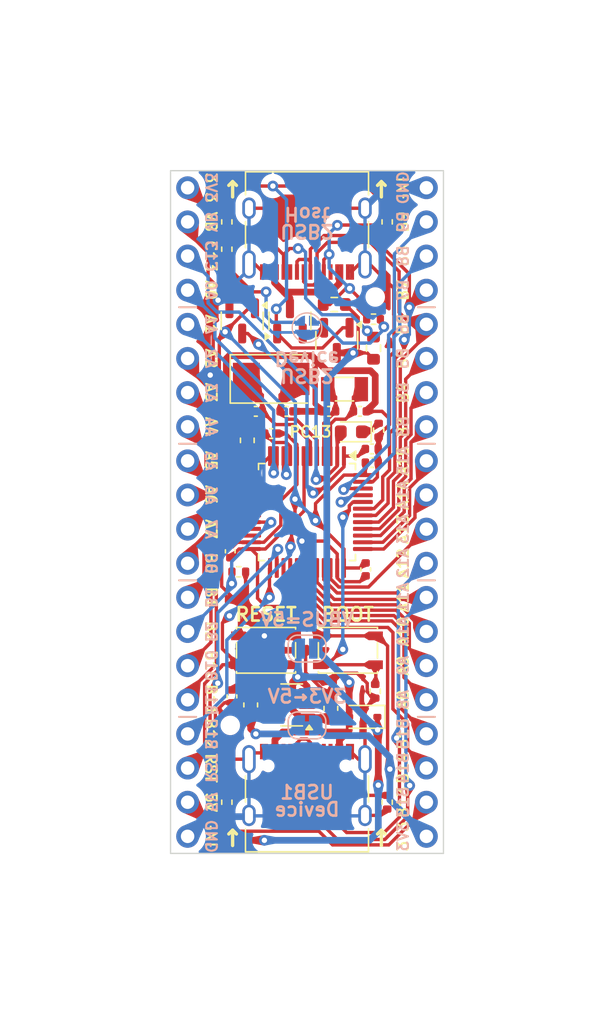
<source format=kicad_pcb>
(kicad_pcb (version 20240108) (generator "pcbnew") (generator_version "8.0")
  (title_block (title "CH32V203-DevBoard") (rev "v1.0.0"))
  (layers (0 "F.Cu" signal) (31 "B.Cu" signal) (34 "B.Paste" user) (35 "F.Paste" user) (36 "B.SilkS" user "B.Silkscreen") (37 "F.SilkS" user "F.Silkscreen") (38 "B.Mask" user) (39 "F.Mask" user) (44 "Edge.Cuts" user))
  (net 0 "")
  (net 1 "PA9")
  (net 2 "PA10")
  (net 3 "GND")
  (net 4 "Net-(LED1-K)")
  (net 5 "PC14")
  (net 6 "PC15")
  (net 7 "PD0")
  (net 8 "PD1")
  (net 9 "PB2")
  (net 10 "BOOT0")
  (net 11 "PC13")
  (net 12 "NRST")
  (net 13 "PA0")
  (net 14 "PA1")
  (net 15 "PA2")
  (net 16 "PA3")
  (net 17 "PA4")
  (net 18 "PA5")
  (net 19 "PA6")
  (net 20 "PA7")
  (net 21 "PB0")
  (net 22 "PB1")
  (net 23 "PB10")
  (net 24 "PB11")
  (net 25 "PB12")
  (net 26 "PB13")
  (net 27 "PB14")
  (net 28 "PB15")
  (net 29 "PA8")
  (net 30 "PA11")
  (net 31 "PA12")
  (net 32 "PA13")
  (net 33 "PA14")
  (net 34 "PA15")
  (net 35 "PB3")
  (net 36 "PB4")
  (net 37 "PB5")
  (net 38 "PB6")
  (net 39 "PB7")
  (net 40 "PB8")
  (net 41 "PB9")
  (net 42 "VBAT")
  (net 43 "VDDA")
  (net 44 "VB")
  (net 45 "VBUS")
  (net 46 "Net-(J1-CC1)")
  (net 47 "Net-(J1-CC2)")
  (net 50 "Net-(JP1-A)")
  (net 51 "+3V3")
  (net 53 "+5V")
  (net 56 "Net-(Q2-D)")
  (net 57 "Net-(Q1-S)")
  (net 58 "Net-(Q1-G)")
  (net 59 "Net-(J2-CC2)")
  (net 60 "Net-(J2-CC1)")
  (net 61 "Net-(JP3-A)")
  (net 62 "Net-(JP3-B)")
  (footprint "Capacitor_SMD:C_0402_1005Metric" (layer "F.Cu") (at 135.636 94.107 180)
    (property "Reference" "C3" (hide yes))
    (property "Value" "22pF")
  )
  (footprint "Inductor_SMD:L_0603_1608Metric" (layer "F.Cu") (at 132.715 96.266 -90)
    (property "Reference" "FB1" (hide yes))
    (property "Value" "FerriteBead")
  )
  (footprint "Resistor_SMD:R_0603_1608Metric" (layer "F.Cu") (at 142.113 89.408 -90)
    (property "Reference" "R7" (hide yes))
    (property "Value" "56kΩ")
  )
  (footprint "Connector_USB:USB_C_Receptacle_XKB_U262-16XN-4BVC11" (layer "F.Cu") (at 137.162 80.069 180)
    (property "Reference" "J2" (hide yes))
    (property "Value" "USB_C_Receptacle_USB2.0_16P")
  )
  (footprint "Package_TO_SOT_SMD:SOT-23" (layer "F.Cu") (at 135.89 87.376 90)
    (property "Reference" "Q2" (hide yes))
    (property "Value" "AO3401A")
  )
  (footprint "Package_QFP:LQFP-48_7x7mm_P0.5mm" (layer "F.Cu") (at 137.16 101.6 -90)
    (property "Reference" "U1" (hide yes))
    (property "Value" "CH32V203C8T6")
  )
  (footprint "Resistor_SMD:R_0402_1005Metric" (layer "F.Cu") (at 132.08 106.045)
    (property "Reference" "R1" (hide yes))
    (property "Value" "10kΩ")
  )
  (footprint "Resistor_SMD:R_0402_1005Metric" (layer "F.Cu") (at 143.129 123.19 90)
    (property "Reference" "R5" (hide yes))
    (property "Value" "5.1kΩ")
  )
  (footprint "Connector_USB:USB_C_Receptacle_XKB_U262-16XN-4BVC11" (layer "F.Cu") (at 137.16 123.094)
    (property "Reference" "J1" (hide yes))
    (property "Value" "USB_C_Receptacle_USB2.0_16P")
  )
  (footprint "Resistor_SMD:R_0402_1005Metric" (layer "F.Cu") (at 142.494 95.504 -90)
    (property "Reference" "R3" (hide yes))
    (property "Value" "5.1kΩ")
  )
  (footprint "Package_TO_SOT_SMD:SOT-23" (layer "F.Cu") (at 132.334 87.376 -90)
    (property "Reference" "D2" (hide yes))
    (property "Value" "BAT54C,215")
  )
  (footprint "Diode_SMD:D_SOD-323" (layer "F.Cu") (at 141.351 116.84 180)
    (property "Reference" "D1" (hide yes))
    (property "Value" "1N5819WS")
  )
  (footprint "Button_Switch_SMD:SW_SPST_PTS810" (layer "F.Cu") (at 134.112 111.887)
    (property "Reference" "SW1" (hide yes))
    (property "Value" "SW_Push")
  )
  (footprint "Capacitor_SMD:C_0402_1005Metric" (layer "F.Cu") (at 141.097 94.107 180)
    (property "Reference" "C1" (hide yes))
    (property "Value" "15pF")
  )
  (footprint "Resistor_SMD:R_0402_1005Metric" (layer "F.Cu") (at 131.191 80.01 90)
    (property "Reference" "R9" (hide yes))
    (property "Value" "1MΩ")
  )
  (footprint "Tooling_Hole:Tooling_Hole" (layer "F.Cu") (at 131.445 117.475)
    (property "Reference" "H1" (hide yes))
    (property "Value" "MountingHole")
  )
  (footprint "Resistor_SMD:R_0402_1005Metric" (layer "F.Cu") (at 142.113 87.249 180)
    (property "Reference" "R10" (hide yes))
    (property "Value" "5.1kΩ")
  )
  (footprint "Capacitor_SMD:C_0402_1005Metric" (layer "F.Cu") (at 134.493 95.758)
    (property "Reference" "C10" (hide yes))
    (property "Value" "100nF")
  )
  (footprint "Capacitor_SMD:C_0402_1005Metric" (layer "F.Cu") (at 133.35 94.107 180)
    (property "Reference" "C4" (hide yes))
    (property "Value" "22pF")
  )
  (footprint "Capacitor_SMD:C_0402_1005Metric" (layer "F.Cu") (at 141.986 97.917)
    (property "Reference" "C9" (hide yes))
    (property "Value" "100nF")
  )
  (footprint "Tooling_Hole:Tooling_Hole" (layer "F.Cu") (at 142.24 85.598)
    (property "Reference" "H2" (hide yes))
    (property "Value" "MountingHole")
  )
  (footprint "LED_SMD:LED_0603_1608Metric" (layer "F.Cu") (at 140.462 95.631 180)
    (property "Reference" "LED1" (hide yes))
    (property "Value" "LED")
  )
  (footprint "Package_TO_SOT_SMD:SOT-23" (layer "F.Cu") (at 139.38 88.8215 -90)
    (property "Reference" "Q1" (hide yes))
    (property "Value" "AO3401A")
  )
  (footprint "Capacitor_SMD:C_0402_1005Metric" (layer "F.Cu") (at 141.5288 105.8672 -90)
    (property "Reference" "C8" (hide yes))
    (property "Value" "100nF")
  )
  (footprint "Capacitor_SMD:C_0402_1005Metric" (layer "F.Cu") (at 141.986 96.901 180)
    (property "Reference" "C5" (hide yes))
    (property "Value" "100nF")
  )
  (footprint "Capacitor_SMD:C_0402_1005Metric" (layer "F.Cu") (at 138.811 94.107 180)
    (property "Reference" "C2" (hide yes))
    (property "Value" "15pF")
  )
  (footprint "Resistor_SMD:R_0402_1005Metric" (layer "F.Cu") (at 131.191 123.19 90)
    (property "Reference" "R4" (hide yes))
    (property "Value" "5.1kΩ")
  )
  (footprint "Capacitor_SMD:C_0402_1005Metric" (layer "F.Cu") (at 131.445 104.521 90)
    (property "Reference" "C7" (hide yes))
    (property "Value" "100nF")
  )
  (footprint "Resistor_SMD:R_0402_1005Metric" (layer "F.Cu") (at 131.191 82.042 90)
    (property "Reference" "R11" (hide yes))
    (property "Value" "5.1kΩ")
  )
  (footprint "Resistor_SMD:R_0402_1005Metric" (layer "F.Cu") (at 142.24 114.935 90)
    (property "Reference" "R2" (hide yes))
    (property "Value" "10kΩ")
  )
  (footprint "Resistor_SMD:R_0402_1005Metric" (layer "F.Cu") (at 143.129 80.01 -90)
    (property "Reference" "R8" (hide yes))
    (property "Value" "1MΩ")
  )
  (footprint "Capacitor_SMD:C_0603_1608Metric" (layer "F.Cu") (at 132.969 115.951 90)
    (property "Reference" "C12" (hide yes))
    (property "Value" "22uF")
  )
  (footprint "Resistor_SMD:R_0603_1608Metric" (layer "F.Cu") (at 139.192 86.1568)
    (property "Reference" "R6" (hide yes))
    (property "Value" "56kΩ")
  )
  (footprint "Crystal:Crystal_SMD_3215-2Pin_3.2x1.5mm" (layer "F.Cu") (at 139.954 92.456 180)
    (property "Reference" "XTAL1" (hide yes))
    (property "Value" "32.768KHz")
  )
  (footprint "Capacitor_SMD:C_0603_1608Metric" (layer "F.Cu") (at 138.938 116.205 90)
    (property "Reference" "C11" (hide yes))
    (property "Value" "10uF")
  )
  (footprint "Capacitor_SMD:C_0402_1005Metric" (layer "F.Cu") (at 131.572 115.316 -90)
    (property "Reference" "C6" (hide yes))
    (property "Value" "100nF")
  )
  (footprint "Package_TO_SOT_SMD:TSOT-23-5" (layer "F.Cu") (at 136.0225 115.951 180)
    (property "Reference" "U2" (hide yes))
    (property "Value" "RT9080-33GJ5")
  )
  (footprint "Button_Switch_SMD:SW_SPST_PTS810" (layer "F.Cu") (at 140.208 111.887 180)
    (property "Reference" "SW2" (hide yes))
    (property "Value" "SW_Push")
  )
  (footprint "Crystal:Crystal_SMD_5032-2Pin_5.0x3.2mm" (layer "F.Cu") (at 134.493 91.694)
    (property "Reference" "XTAL2" (hide yes))
    (property "Value" "8MHz")
  )
  (footprint "Connector_PinHeader_2.54mm:PinHeader_1x20_P2.54mm_Vertical" (layer "B.Cu") (at 128.27 77.47 180)
    (property "Reference" "CH1" (hide yes))
    (property "Value" "Conn_01x20")
  )
  (footprint "Jumper:SolderJumper-2_P1.3mm_Open_RoundedPad1.0x1.5mm" (layer "B.Cu") (at 137.16 111.76 180)
    (property "Reference" "JP2" (hide yes))
    (property "Value" "SolderJumper_2_Open")
  )
  (footprint "SolderJumper:SolderJumper-2-to-1_P0.9mm_Open" (layer "B.Cu") (at 137.16 87.884 180)
    (property "Reference" "JP3" (hide yes))
    (property "Value" "SolderJumper_2-to-1_Open")
  )
  (footprint "Jumper:SolderJumper-2_P1.3mm_Bridged_RoundedPad1.0x1.5mm" (layer "B.Cu") (at 137.16 117.475)
    (property "Reference" "JP1" (hide yes))
    (property "Value" "SolderJumper_2_Bridged")
  )
  (footprint "Connector_PinHeader_2.54mm:PinHeader_1x20_P2.54mm_Vertical" (layer "B.Cu") (at 146.05 77.47 180)
    (property "Reference" "CH2" (hide yes))
    (property "Value" "Conn_01x20")
  )
  (gr_rect (start 134.62 118.618) (end 134.9248 119.38) (stroke (width 0.2)) (fill solid) (layer "F.Cu") (net 45))
  (gr_rect (start 139.4206 118.6434) (end 139.7254 119.4054) (stroke (width 0.2)) (fill solid) (layer "F.Cu") (net 45))
  (gr_rect (start 134.5946 83.7184) (end 134.9248 84.5566) (stroke (width 0.2)) (fill solid) (layer "F.Cu") (net 56))
  (gr_rect (start 139.4206 83.7438) (end 139.7254 84.582) (stroke (width 0.2)) (fill solid) (layer "F.Cu") (net 56))
  (gr_line (start 145.415 106.68) (end 146.685 106.68) (stroke (width 0.15)) (layer "B.SilkS"))
  (gr_line (start 127.635 86.36) (end 128.905 86.36) (stroke (width 0.15)) (layer "B.SilkS"))
  (gr_line (start 145.415 96.52) (end 146.685 96.52) (stroke (width 0.15)) (layer "B.SilkS"))
  (gr_line (start 127.635 116.84) (end 128.905 116.84) (stroke (width 0.15)) (layer "B.SilkS"))
  (gr_line (start 145.415 86.36) (end 146.685 86.36) (stroke (width 0.15)) (layer "B.SilkS"))
  (gr_line (start 127.635 96.52) (end 128.905 96.52) (stroke (width 0.15)) (layer "B.SilkS"))
  (gr_line (start 145.415 116.84) (end 146.685 116.84) (stroke (width 0.15)) (layer "B.SilkS"))
  (gr_line (start 127.635 106.68) (end 128.905 106.68) (stroke (width 0.15)) (layer "B.SilkS"))
  (gr_line (start 145.415 116.84) (end 146.685 116.84) (stroke (width 0.15)) (layer "F.SilkS"))
  (gr_line (start 127.635 116.84) (end 128.905 116.84) (stroke (width 0.15)) (layer "F.SilkS"))
  (gr_line (start 127.635 96.52) (end 128.905 96.52) (stroke (width 0.15)) (layer "F.SilkS"))
  (gr_line (start 127.635 86.36) (end 128.905 86.36) (stroke (width 0.15)) (layer "F.SilkS"))
  (gr_line (start 145.415 96.52) (end 146.685 96.52) (stroke (width 0.15)) (layer "F.SilkS"))
  (gr_line (start 127.635 106.68) (end 128.905 106.68) (stroke (width 0.15)) (layer "F.SilkS"))
  (gr_line (start 145.415 86.36) (end 146.685 86.36) (stroke (width 0.15)) (layer "F.SilkS"))
  (gr_line (start 145.415 106.68) (end 146.685 106.68) (stroke (width 0.15)) (layer "F.SilkS"))
  (gr_rect (start 127 76.2) (end 147.32 127) (stroke (width 0.1)) (fill none) (layer "Edge.Cuts"))
  (gr_text "A1" (at 129.54 87.63 -90) (layer "B.SilkS") (effects (font (size 0.8 0.8)) (justify bottom mirror)))
  (gr_text "A13" (at 144.78 102.87 90) (layer "B.SilkS") (effects (font (size 0.8 0.8)) (justify bottom mirror)))
  (gr_text "A6" (at 129.54 100.33 -90) (layer "B.SilkS") (effects (font (size 0.8 0.8)) (justify bottom mirror)))
  (gr_text "B6" (at 144.78 87.63 90) (layer "B.SilkS") (effects (font (size 0.8 0.8)) (justify bottom mirror)))
  (gr_text "C13" (at 129.54 82.55 -90) (layer "B.SilkS") (effects (font (size 0.8 0.8)) (justify bottom mirror)))
  (gr_text "A8" (at 144.78 115.57 90) (layer "B.SilkS") (effects (font (size 0.8 0.8)) (justify bottom mirror)))
  (gr_text "B8" (at 144.78 82.55 90) (layer "B.SilkS") (effects (font (size 0.8 0.8)) (justify bottom mirror)))
  (gr_text "A4" (at 129.54 95.25 -90) (layer "B.SilkS") (effects (font (size 0.8 0.8)) (justify bottom mirror)))
  (gr_text "B14" (at 144.78 120.65 90) (layer "B.SilkS") (effects (font (size 0.8 0.8)) (justify bottom mirror)))
  (gr_text "VB" (at 129.54 80.01 -90) (layer "B.SilkS") (effects (font (size 0.8 0.8)) (justify bottom mirror)))
  (gr_text "B3" (at 144.78 95.25 90) (layer "B.SilkS") (effects (font (size 0.8 0.8)) (justify bottom mirror)))
  (gr_text "B11" (at 129.54 115.57 -90) (layer "B.SilkS") (effects (font (size 0.8 0.8)) (justify bottom mirror)))
  (gr_text "B15" (at 144.78 118.11 90) (layer "B.SilkS") (effects (font (size 0.8 0.8)) (justify bottom mirror)))
  (gr_text "B2" (at 129.54 110.49 -90) (layer "B.SilkS") (effects (font (size 0.8 0.8)) (justify bottom mirror)))
  (gr_text "RST" (at 129.54 120.65 -90) (layer "B.SilkS") (effects (font (size 0.8 0.8)) (justify bottom mirror)))
  (gr_text "B7" (at 144.78 85.09 90) (layer "B.SilkS") (effects (font (size 0.8 0.8)) (justify bottom mirror)))
  (gr_text "3V3" (at 129.54 77.47 -90) (layer "B.SilkS") (effects (font (size 0.8 0.8)) (justify bottom mirror)))
  (gr_text "B0" (at 129.54 105.41 -90) (layer "B.SilkS") (effects (font (size 0.8 0.8)) (justify bottom mirror)))
  (gr_text "A10" (at 144.78 110.49 90) (layer "B.SilkS") (effects (font (size 0.8 0.8)) (justify bottom mirror)))
  (gr_text "B12" (at 129.54 118.11 -90) (layer "B.SilkS") (effects (font (size 0.8 0.8)) (justify bottom mirror)))
  (gr_text "A11" (at 144.78 107.95 90) (layer "B.SilkS") (effects (font (size 0.8 0.8)) (justify bottom mirror)))
  (gr_text "GND" (at 129.54 125.73 -90) (layer "B.SilkS") (effects (font (size 0.8 0.8)) (justify bottom mirror)))
  (gr_text "A14" (at 144.78 100.33 90) (layer "B.SilkS") (effects (font (size 0.8 0.8)) (justify bottom mirror)))
  (gr_text "A7" (at 129.54 102.87 -90) (layer "B.SilkS") (effects (font (size 0.8 0.8)) (justify bottom mirror)))
  (gr_text "A0" (at 129.54 85.09 -90) (layer "B.SilkS") (effects (font (size 0.8 0.8)) (justify bottom mirror)))
  (gr_text "B5" (at 144.78 90.17 90) (layer "B.SilkS") (effects (font (size 0.8 0.8)) (justify bottom mirror)))
  (gr_text "A3" (at 129.54 92.71 -90) (layer "B.SilkS") (effects (font (size 0.8 0.8)) (justify bottom mirror)))
  (gr_text "A12" (at 144.78 105.41 90) (layer "B.SilkS") (effects (font (size 0.8 0.8)) (justify bottom mirror)))
  (gr_text "GND" (at 144.78 77.47 90) (layer "B.SilkS") (effects (font (size 0.8 0.8)) (justify bottom mirror)))
  (gr_text "A5" (at 129.54 97.79 -90) (layer "B.SilkS") (effects (font (size 0.8 0.8)) (justify bottom mirror)))
  (gr_text "3V3" (at 144.78 125.73 90) (layer "B.SilkS") (effects (font (size 0.8 0.8)) (justify bottom mirror)))
  (gr_text "B1" (at 129.54 107.95 -90) (layer "B.SilkS") (effects (font (size 0.8 0.8)) (justify bottom mirror)))
  (gr_text "A2" (at 129.54 90.17 -90) (layer "B.SilkS") (effects (font (size 0.8 0.8)) (justify bottom mirror)))
  (gr_text "5V" (at 129.54 123.19 -90) (layer "B.SilkS") (effects (font (size 0.8 0.8)) (justify bottom mirror)))
  (gr_text "B10" (at 129.54 113.03 -90) (layer "B.SilkS") (effects (font (size 0.8 0.8)) (justify bottom mirror)))
  (gr_text "A9" (at 144.78 113.03 90) (layer "B.SilkS") (effects (font (size 0.8 0.8)) (justify bottom mirror)))
  (gr_text "B9" (at 144.78 80.01 90) (layer "B.SilkS") (effects (font (size 0.8 0.8)) (justify bottom mirror)))
  (gr_text "A15" (at 144.78 97.79 90) (layer "B.SilkS") (effects (font (size 0.8 0.8)) (justify bottom mirror)))
  (gr_text "B4" (at 144.78 92.71 90) (layer "B.SilkS") (effects (font (size 0.8 0.8)) (justify bottom mirror)))
  (gr_text "B13" (at 144.78 123.19 90) (layer "B.SilkS") (effects (font (size 0.8 0.8)) (justify bottom mirror)))
  (gr_text "5V" (at 129.54 123.19 270) (layer "F.SilkS") (effects (font (size 0.8 0.8)) (justify bottom)))
  (gr_text "A9" (at 144.78 113.03 90) (layer "F.SilkS") (effects (font (size 0.8 0.8)) (justify bottom)))
  (gr_text "A6" (at 129.54 100.33 -90) (layer "F.SilkS") (effects (font (size 0.8 0.8)) (justify bottom)))
  (gr_text "B1" (at 129.54 107.95 -90) (layer "F.SilkS") (effects (font (size 0.8 0.8)) (justify bottom)))
  (gr_text "B0" (at 129.54 105.41 -90) (layer "F.SilkS") (effects (font (size 0.8 0.8)) (justify bottom)))
  (gr_text "↑" (at 132.715 125.73 0) (layer "F.SilkS") (effects (font (size 1.5 1.5) (thickness 0.25) (bold yes)) (justify right)))
  (gr_text "B2" (at 129.54 110.49 -90) (layer "F.SilkS") (effects (font (size 0.8 0.8)) (justify bottom)))
  (gr_text "↑" (at 132.715 77.47 0) (layer "F.SilkS") (effects (font (size 1.5 1.5) (thickness 0.25) (bold yes)) (justify right)))
  (gr_text "B10" (at 129.54 113.03 -90) (layer "F.SilkS") (effects (font (size 0.8 0.8)) (justify bottom)))
  (gr_text "B9" (at 144.78 80.016245 90) (layer "F.SilkS") (effects (font (size 0.8 0.8)) (justify bottom)))
  (gr_text "A7" (at 129.54 102.87 -90) (layer "F.SilkS") (effects (font (size 0.8 0.8)) (justify bottom)))
  (gr_text "A15" (at 144.78 97.79 90) (layer "F.SilkS") (effects (font (size 0.8 0.8)) (justify bottom)))
  (gr_text "B3" (at 144.78 95.25 90) (layer "F.SilkS") (effects (font (size 0.8 0.8)) (justify bottom)))
  (gr_text "A11" (at 144.78 107.95 90) (layer "F.SilkS") (effects (font (size 0.8 0.8)) (justify bottom)))
  (gr_text "3V3" (at 144.78 125.73 90) (layer "F.SilkS") (effects (font (size 0.8 0.8)) (justify bottom)))
  (gr_text "GND" (at 144.78 77.47 90) (layer "F.SilkS") (effects (font (size 0.8 0.8)) (justify bottom)))
  (gr_text "A14" (at 144.78 100.33 90) (layer "F.SilkS") (effects (font (size 0.8 0.8)) (justify bottom)))
  (gr_text "A0" (at 129.54 85.09 -90) (layer "F.SilkS") (effects (font (size 0.8 0.8)) (justify bottom)))
  (gr_text "B14" (at 144.78 120.65 90) (layer "F.SilkS") (effects (font (size 0.8 0.8)) (justify bottom)))
  (gr_text "B12" (at 129.54 118.11 -90) (layer "F.SilkS") (effects (font (size 0.8 0.8)) (justify bottom)))
  (gr_text "GND" (at 129.54 125.73 270) (layer "F.SilkS") (effects (font (size 0.8 0.8)) (justify bottom)))
  (gr_text "A12" (at 144.78 105.41 90) (layer "F.SilkS") (effects (font (size 0.8 0.8)) (justify bottom)))
  (gr_text "B13" (at 144.78 123.19 90) (layer "F.SilkS") (effects (font (size 0.8 0.8)) (justify bottom)))
  (gr_text "↑" (at 141.605 125.73 0) (layer "F.SilkS") (effects (font (size 1.5 1.5) (thickness 0.25) (bold yes)) (justify left)))
  (gr_text "↑" (at 141.605 77.47 0) (layer "F.SilkS") (effects (font (size 1.5 1.5) (thickness 0.25) (bold yes)) (justify left)))
  (gr_text "A13" (at 144.78 102.87 90) (layer "F.SilkS") (effects (font (size 0.8 0.8)) (justify bottom)))
  (gr_text "B6" (at 144.78 87.63 90) (layer "F.SilkS") (effects (font (size 0.8 0.8)) (justify bottom)))
  (gr_text "A3" (at 129.54 92.71 -90) (layer "F.SilkS") (effects (font (size 0.8 0.8)) (justify bottom)))
  (gr_text "B8" (at 144.78 82.55 90) (layer "F.SilkS") (effects (font (size 0.8 0.8)) (justify bottom)))
  (gr_text "B7" (at 144.78 85.09 90) (layer "F.SilkS") (effects (font (size 0.8 0.8)) (justify bottom)))
  (gr_text "B11" (at 129.54 115.57 -90) (layer "F.SilkS") (effects (font (size 0.8 0.8)) (justify bottom)))
  (gr_text "A4" (at 129.54 95.25 -90) (layer "F.SilkS") (effects (font (size 0.8 0.8)) (justify bottom)))
  (gr_text "A10" (at 144.78 110.49 90) (layer "F.SilkS") (effects (font (size 0.8 0.8)) (justify bottom)))
  (gr_text "B5" (at 144.78 90.176245 90) (layer "F.SilkS") (effects (font (size 0.8 0.8)) (justify bottom)))
  (gr_text "B15" (at 144.78 118.11 90) (layer "F.SilkS") (effects (font (size 0.8 0.8)) (justify bottom)))
  (gr_text "A1" (at 129.54 87.63 -90) (layer "F.SilkS") (effects (font (size 0.8 0.8)) (justify bottom)))
  (gr_text "A5" (at 129.54 97.79 -90) (layer "F.SilkS") (effects (font (size 0.8 0.8)) (justify bottom)))
  (gr_text "RST" (at 129.54 120.65 -90) (layer "F.SilkS") (effects (font (size 0.8 0.8)) (justify bottom)))
  (gr_text "VB" (at 129.54 80.01 -90) (layer "F.SilkS") (effects (font (size 0.8 0.8)) (justify bottom)))
  (gr_text "A2" (at 129.54 90.17 -90) (layer "F.SilkS") (effects (font (size 0.8 0.8)) (justify bottom)))
  (gr_text "B4" (at 144.78 92.716245 90) (layer "F.SilkS") (effects (font (size 0.8 0.8)) (justify bottom)))
  (gr_text "C13" (at 129.54 82.55 -90) (layer "F.SilkS") (effects (font (size 0.8 0.8)) (justify bottom)))
  (gr_text "A8" (at 144.78 115.57 90) (layer "F.SilkS") (effects (font (size 0.8 0.8)) (justify bottom)))
  (gr_text "3V3" (at 129.54 77.47 270) (layer "F.SilkS") (effects (font (size 0.8 0.8)) (justify bottom)))
  (segment (start 144.78 111.76) (end 144.78 109.8804) (width 0.25) (layer "F.Cu") (net 1))
  (segment (start 144.78 109.8804) (end 143.802 108.9024) (width 0.25) (layer "F.Cu") (net 1))
  (segment (start 146.05 113.03) (end 144.78 111.76) (width 0.25) (layer "F.Cu") (net 1))
  (segment (start 143.802 108.9024) (end 138.816714 108.9024) (width 0.25) (layer "F.Cu") (net 1))
  (segment (start 136.91 106.995686) (end 136.91 105.7625) (width 0.25) (layer "F.Cu") (net 1))
  (segment (start 138.816714 108.9024) (end 136.91 106.995686) (width 0.25) (layer "F.Cu") (net 1))
  (segment (start 146.05 110.49) (end 144.0624 108.5024) (width 0.25) (layer "F.Cu") (net 2))
  (segment (start 138.9824 108.5024) (end 137.41 106.93) (width 0.25) (layer "F.Cu") (net 2))
  (segment (start 137.41 106.93) (end 137.41 105.7625) (width 0.25) (layer "F.Cu") (net 2))
  (segment (start 144.0624 108.5024) (end 138.9824 108.5024) (width 0.25) (layer "F.Cu") (net 2))
  (segment (start 142.114999 115.444999) (end 141.645 114.975) (width 0.25) (layer "F.Cu") (net 3))
  (segment (start 132.842 78.994) (end 141.482 78.994) (width 0.25) (layer "F.Cu") (net 3))
  (segment (start 132.84 119.989) (end 133.309 119.52) (width 0.25) (layer "F.Cu") (net 3))
  (segment (start 141.848 83.174) (end 141.482 83.174) (width 0.25) (layer "F.Cu") (net 3))
  (segment (start 143.307 90.024119) (end 143.637 89.694119) (width 0.25) (layer "F.Cu") (net 3))
  (segment (start 133.81 83.68) (end 133.245 83.115) (width 0.25) (layer "F.Cu") (net 3))
  (segment (start 142.399 97.984) (end 142.399 99.008054) (width 0.25) (layer "F.Cu") (net 3))
  (segment (start 134.11 83.68) (end 133.81 83.68) (width 0.25) (layer "F.Cu") (net 3))
  (segment (start 141.48 116.204999) (end 142.24 115.444999) (width 0.25) (layer "F.Cu") (net 3))
  (segment (start 142.494 96.873) (end 142.494 96.014) (width 0.25) (layer "F.Cu") (net 3))
  (segment (start 140.51 119.52) (end 140.979 119.989) (width 0.25) (layer "F.Cu") (net 3))
  (segment (start 132.744 124.169) (end 131.66 124.169) (width 0.25) (layer "F.Cu") (net 3))
  (segment (start 130.34 116.459) (end 130.34 118.999) (width 0.25) (layer "F.Cu") (net 3))
  (segment (start 139.691601 106.7816) (end 141.0944 106.7816) (width 0.25) (layer "F.Cu") (net 3))
  (segment (start 137.795 93.952) (end 137.95 94.107) (width 0.25) (layer "F.Cu") (net 3))
  (segment (start 131.91 110.812) (end 132.037 110.812) (width 0.25) (layer "F.Cu") (net 3))
  (segment (start 142.466 97.917) (end 142.466 96.901) (width 0.25) (layer "F.Cu") (net 3))
  (segment (start 136.779 103.759) (end 138.4554 103.759) (width 0.25) (layer "F.Cu") (net 3))
  (segment (start 137.5156 89.9668) (end 138.6332 91.0844) (width 0.5) (layer "F.Cu") (net 3))
  (segment (start 134.973 95.758) (end 135.594685 95.758) (width 0.25) (layer "F.Cu") (net 3))
  (segment (start 141.48 83.115) (end 141.075 83.115) (width 0.25) (layer "F.Cu") (net 3))
  (segment (start 130.8078 104.6782) (end 131.445 104.041) (width 0.25) (layer "F.Cu") (net 3))
  (segment (start 141.48 119.989) (end 141.48 116.204999) (width 0.25) (layer "F.Cu") (net 3))
  (segment (start 132.59 107.98485) (end 132.1308 108.44405) (width 0.25) (layer "F.Cu") (net 3))
  (segment (start 130.34 118.999) (end 131.33 119.989) (width 0.25) (layer "F.Cu") (net 3))
  (segment (start 142.24 115.444999) (end 142.114999 115.444999) (width 0.25) (layer "F.Cu") (net 3))
  (segment (start 141.645 114.975) (end 141.645 114.34) (width 0.25) (layer "F.Cu") (net 3))
  (segment (start 131.57395 107.8872) (end 131.5559 107.8872) (width 0.25) (layer "F.Cu") (net 3))
  (segment (start 130.175 91.187806) (end 129.9547 91.408106) (width 0.25) (layer "F.Cu") (net 3))
  (segment (start 133.945295 103.85) (end 132.9975 103.85) (width 0.25) (layer "F.Cu") (net 3))
  (segment (start 132.59 106.045) (end 132.59 107.98485) (width 0.25) (layer "F.Cu") (net 3))
  (segment (start 131.1547 93.2057) (end 131.1547 90.1823) (width 0.5) (layer "F.Cu") (net 3))
  (segment (start 139.41 104.7136) (end 139.41 105.7625) (width 0.25) (layer "F.Cu") (net 3))
  (segment (start 135.594685 95.758) (end 136.41 96.573315) (width 0.25) (layer "F.Cu") (net 3))
  (segment (start 130.8078 107.1392) (end 130.8078 104.6782) (width 0.25) (layer "F.Cu") (net 3))
  (segment (start 142.466 97.917) (end 142.399 97.984) (width 0.25) (layer "F.Cu") (net 3))
  (segment (start 143.637 89.694119) (end 143.637 86.925686) (width 0.25) (layer "F.Cu") (net 3))
  (segment (start 142.66 124.169) (end 143.129 123.7) (width 0.25) (layer "F.Cu") (net 3))
  (segment (start 143.307 95.084568) (end 143.307 90.024119) (width 0.25) (layer "F.Cu") (net 3))
  (segment (start 131.003 115.796) (end 130.34 116.459) (width 0.25) (layer "F.Cu") (net 3))
  (segment (start 132.056 94.107) (end 131.1547 93.2057) (width 0.5) (layer "F.Cu") (net 3))
  (segment (start 131.572 115.796) (end 132.349 115.796) (width 0.25) (layer "F.Cu") (net 3))
  (segment (start 132.87 94.107) (end 132.056 94.107) (width 0.5) (layer "F.Cu") (net 3))
  (segment (start 141.8844 91.0844) (end 142.24 91.44) (width 0.5) (layer "F.Cu") (net 3))
  (segment (start 132.1308 110.7182) (end 132.1308 108.44405) (width 0.25) (layer "F.Cu") (net 3))
  (segment (start 137.7696 93.5456) (end 137.7696 90.2208) (width 0.4) (layer "F.Cu") (net 3))
  (segment (start 141.0944 106.7816) (end 141.5288 106.3472) (width 0.25) (layer "F.Cu") (net 3))
  (segment (start 140.896 113.591) (end 139.774 113.591) (width 0.25) (layer "F.Cu") (net 3))
  (segment (start 143.637 86.925686) (end 143.618 86.906686) (width 0.25) (layer "F.Cu") (net 3))
  (segment (start 130.534005 85.833727) (end 130.175 86.192732) (width 0.25) (layer "F.Cu") (net 3))
  (segment (start 137.16 115.951) (end 138.417 115.951) (width 0.5) (layer "F.Cu") (net 3))
  (segment (start 132.037 110.812) (end 132.1308 110.7182) (width 0.25) (layer "F.Cu") (net 3))
  (segment (start 137.0584 111.6834) (end 137.0584 113.5504) (width 0.25) (layer "F.Cu") (net 3))
  (segment (start 136.187 110.812) (end 137.0584 111.6834) (width 0.25) (layer "F.Cu") (net 3))
  (segment (start 133.245 83.115) (end 132.84 83.115) (width 0.25) (layer "F.Cu") (net 3))
  (segment (start 138.331 94.107) (end 136.116 94.107) (width 0.5) (layer "F.Cu") (net 3))
  (segment (start 141.577 94.107) (end 142.748 94.107) (width 0.25) (layer "F.Cu") (net 3))
  (segment (start 139.774 113.591) (end 138.938 114.427) (width 0.25) (layer "F.Cu") (net 3))
  (segment (start 141.645 114.34) (end 140.896 113.591) (width 0.25) (layer "F.Cu") (net 3))
  (segment (start 138.6332 91.0844) (end 141.8844 91.0844) (width 0.5) (layer "F.Cu") (net 3))
  (segment (start 142.24 93.444) (end 141.577 94.107) (width 0.5) (layer "F.Cu") (net 3))
  (segment (start 136.41 96.573315) (end 136.41 97.4375) (width 0.25) (layer "F.Cu") (net 3))
  (segment (start 141.075 83.115) (end 140.51 83.68) (width 0.25) (layer "F.Cu") (net 3))
  (segment (start 142.466 96.901) (end 142.494 96.873) (width 0.25) (layer "F.Cu") (net 3))
  (segment (start 131.3702 89.9668) (end 137.5156 89.9668) (width 0.5) (layer "F.Cu") (net 3))
  (segment (start 140.51 83.68) (end 140.21 83.68) (width 0.25) (layer "F.Cu") (net 3))
  (segment (start 141.576 124.169) (end 142.66 124.169) (width 0.25) (layer "F.Cu") (net 3))
  (segment (start 135.21 102.585295) (end 133.945295 103.85) (width 0.25) (layer "F.Cu") (net 3))
  (segment (start 138.331 94.107) (end 137.7696 93.5456) (width 0.4) (layer "F.Cu") (net 3))
  (segment (start 137.0584 113.5504) (end 138.938 115.43) (width 0.25) (layer "F.Cu") (net 3))
  (segment (start 131.66 124.169) (end 131.191 123.7) (width 0.25) (layer "F.Cu") (net 3))
  (segment (start 137.95 94.107) (end 138.331 94.107) (width 0.25) (layer "F.Cu") (net 3))
  (segment (start 130.175 86.192732) (end 130.175 91.187806) (width 0.25) (layer "F.Cu") (net 3))
  (segment (start 136.41 99.538505) (end 135.21 100.738505) (width 0.25) (layer "F.Cu") (net 3))
  (segment (start 132.1308 108.44405) (end 131.57395 107.8872) (width 0.25) (layer "F.Cu") (net 3))
  (segment (start 136.41 97.4375) (end 136.41 99.538505) (width 0.25) (layer "F.Cu") (net 3))
  (segment (start 142.748 94.107) (end 143.256 94.615) (width 0.25) (layer "F.Cu") (net 3))
  (segment (start 143.618 84.944) (end 141.848 83.174) (width 0.25) (layer "F.Cu") (net 3))
  (segment (start 143.618 86.906686) (end 143.618 84.944) (width 0.25) (layer "F.Cu") (net 3))
  (segment (start 133.309 119.52) (end 134.11 119.52) (width 0.25) (layer "F.Cu") (net 3))
  (segment (start 142.24 91.44) (end 142.24 93.444) (width 0.5) (layer "F.Cu") (net 3))
  (segment (start 142.494 95.897568) (end 143.307 95.084568) (width 0.25) (layer "F.Cu") (net 3))
  (segment (start 131.445 104.041) (end 131.636 103.85) (width 0.25) (layer "F.Cu") (net 3))
  (segment (start 140.979 119.989) (end 141.48 119.989) (width 0.25) (layer "F.Cu") (net 3))
  (segment (start 139.41 106.499999) (end 139.691601 106.7816) (width 0.25) (layer "F.Cu") (net 3))
  (segment (start 139.41 105.7625) (end 139.41 106.499999) (width 0.25) (layer "F.Cu") (net 3))
  (segment (start 142.399 99.008054) (end 142.057054 99.35) (width 0.25) (layer "F.Cu") (net 3))
  (segment (start 131.572 115.796) (end 131.003 115.796) (width 0.25) (layer "F.Cu") (net 3))
  (segment (start 132.037 110.812) (end 136.187 110.812) (width 0.25) (layer "F.Cu") (net 3))
  (segment (start 131.1547 90.1823) (end 131.3702 89.9668) (width 0.5) (layer "F.Cu") (net 3))
  (segment (start 132.349 115.796) (end 132.969 115.176) (width 0.25) (layer "F.Cu") (net 3))
  (segment (start 140.21 119.52) (end 140.51 119.52) (width 0.25) (layer "F.Cu") (net 3))
  (segment (start 138.938 114.427) (end 138.938 115.43) (width 0.25) (layer "F.Cu") (net 3))
  (segment (start 131.636 103.85) (end 132.9975 103.85) (width 0.25) (layer "F.Cu") (net 3))
  (segment (start 138.417 115.951) (end 138.938 115.43) (width 0.5) (layer "F.Cu") (net 3))
  (segment (start 138.4554 103.759) (end 139.41 104.7136) (width 0.25) (layer "F.Cu") (net 3))
  (segment (start 142.057054 99.35) (end 141.3225 99.35) (width 0.25) (layer "F.Cu") (net 3))
  (segment (start 142.494 96.014) (end 142.494 95.897568) (width 0.25) (layer "F.Cu") (net 3))
  (segment (start 131.5559 107.8872) (end 130.8078 107.1392) (width 0.25) (layer "F.Cu") (net 3))
  (segment (start 135.21 100.738505) (end 135.21 102.585295) (width 0.25) (layer "F.Cu") (net 3))
  (segment (start 131.33 119.989) (end 132.84 119.989) (width 0.25) (layer "F.Cu") (net 3))
  (via (at 129.9547 91.408106) (size 0.8) (drill 0.4) (layers "F.Cu" "B.Cu") (net 3))
  (via (at 133.985 110.812) (size 0.8) (drill 0.4) (layers "F.Cu" "B.Cu") (net 3))
  (via (at 136.779 103.759) (size 0.8) (drill 0.4) (layers "F.Cu" "B.Cu") (net 3))
  (via (at 130.534005 85.833727) (size 0.8) (drill 0.4) (layers "F.Cu" "B.Cu") (net 3))
  (segment (start 141.443 124.206) (end 141.48 124.169) (width 0.25) (layer "B.Cu") (net 3))
  (segment (start 132.744 124.265) (end 129.735 124.265) (width 0.5) (layer "B.Cu") (net 3))
  (segment (start 132.188727 85.833727) (end 134.589 88.234) (width 0.2) (layer "B.Cu") (net 3))
  (segment (start 142.945 77.47) (end 146.05 77.47) (width 0.5) (layer "B.Cu") (net 3))
  (segment (start 132.84 119.989) (end 132.84 124.265) (width 0.25) (layer "B.Cu") (net 3))
  (segment (start 130.534005 85.833727) (end 132.188727 85.833727) (width 0.2) (layer "B.Cu") (net 3))
  (segment (start 132.84 124.169) (end 132.744 124.265) (width 0.25) (layer "B.Cu") (net 3))
  (segment (start 136.779 102.6494) (end 136.779 103.759) (width 0.25) (layer "B.Cu") (net 3))
  (segment (start 133.9474 95.400806) (end 133.9474 99.8178) (width 0.25) (layer "B.Cu") (net 3))
  (segment (start 129.9547 91.408106) (end 133.9474 95.400806) (width 0.25) (layer "B.Cu") (net 3))
  (segment (start 129.735 124.265) (end 128.27 125.73) (width 0.5) (layer "B.Cu") (net 3))
  (segment (start 132.831 83.536732) (end 132.831 83.185) (width 0.25) (layer "B.Cu") (net 3))
  (segment (start 141.482 78.994) (end 141.482 83.174) (width 0.25) (layer "B.Cu") (net 3))
  (segment (start 141.48 78.935) (end 142.945 77.47) (width 0.5) (layer "B.Cu") (net 3))
  (segment (start 141.48 124.169) (end 141.48 119.989) (width 0.25) (layer "B.Cu") (net 3))
  (segment (start 133.9474 99.8178) (end 136.779 102.6494) (width 0.25) (layer "B.Cu") (net 3))
  (segment (start 132.831 83.185) (end 132.842 83.174) (width 0.25) (layer "B.Cu") (net 3))
  (segment (start 136.779 108.018) (end 133.985 110.812) (width 0.25) (layer "B.Cu") (net 3))
  (segment (start 130.534005 85.833727) (end 132.831 83.536732) (width 0.25) (layer "B.Cu") (net 3))
  (segment (start 136.779 103.759) (end 136.779 108.018) (width 0.25) (layer "B.Cu") (net 3))
  (segment (start 132.842 78.994) (end 132.842 83.174) (width 0.25) (layer "B.Cu") (net 3))
  (segment (start 132.899 124.206) (end 141.443 124.206) (width 0.25) (layer "B.Cu") (net 3))
  (segment (start 134.589 88.234) (end 137.16 88.234) (width 0.2) (layer "B.Cu") (net 3))
  (segment (start 141.2495 95.631) (end 141.857 95.631) (width 0.25) (layer "F.Cu") (net 4))
  (segment (start 141.857 95.631) (end 142.494 94.994) (width 0.25) (layer "F.Cu") (net 4))
  (segment (start 140.617 94.107) (end 140.617 93.043) (width 0.25) (layer "F.Cu") (net 5))
  (segment (start 139.271686 94.692) (end 140.032 94.692) (width 0.25) (layer "F.Cu") (net 5))
  (segment (start 140.617 93.043) (end 141.204 92.456) (width 0.25) (layer "F.Cu") (net 5))
  (segment (start 140.032 94.692) (end 140.617 94.107) (width 0.25) (layer "F.Cu") (net 5))
  (segment (start 138.91 95.053686) (end 139.271686 94.692) (width 0.25) (layer "F.Cu") (net 5))
  (segment (start 138.91 97.4375) (end 138.91 95.053686) (width 0.25) (layer "F.Cu") (net 5))
  (segment (start 139.291 93.043) (end 138.704 92.456) (width 0.25) (layer "F.Cu") (net 6))
  (segment (start 138.409999 97.4375) (end 138.409999 94.988001) (width 0.25) (layer "F.Cu") (net 6))
  (segment (start 139.291 94.107) (end 139.291 93.043) (width 0.25) (layer "F.Cu") (net 6))
  (segment (start 138.409999 94.988001) (end 139.291 94.107) (width 0.25) (layer "F.Cu") (net 6))
  (segment (start 135.156 94.107) (end 135.156 92.881) (width 0.25) (layer "F.Cu") (net 7))
  (segment (start 137.91 96.254) (end 136.348 94.692) (width 0.25) (layer "F.Cu") (net 7))
  (segment (start 135.156 92.881) (end 136.343 91.694) (width 0.25) (layer "F.Cu") (net 7))
  (segment (start 135.741 94.692) (end 135.156 94.107) (width 0.25) (layer "F.Cu") (net 7))
  (segment (start 136.348 94.692) (end 135.741 94.692) (width 0.25) (layer "F.Cu") (net 7))
  (segment (start 137.91 97.4375) (end 137.91 96.254) (width 0.25) (layer "F.Cu") (net 7))
  (segment (start 136.113 95.092) (end 137.41 96.389) (width 0.25) (layer "F.Cu") (net 8))
  (segment (start 133.83 92.881) (end 133.83 94.107) (width 0.25) (layer "F.Cu") (net 8))
  (segment (start 134.815 95.092) (end 136.113 95.092) (width 0.25) (layer "F.Cu") (net 8))
  (segment (start 137.41 96.389) (end 137.41 97.4375) (width 0.25) (layer "F.Cu") (net 8))
  (segment (start 132.643 91.694) (end 133.83 92.881) (width 0.25) (layer "F.Cu") (net 8))
  (segment (start 133.83 94.107) (end 134.815 95.092) (width 0.25) (layer "F.Cu") (net 8))
  (segment (start 134.4755 102.35) (end 134.4831 102.3576) (width 0.25) (layer "F.Cu") (net 9))
  (segment (start 132.9975 102.35) (end 134.4755 102.35) (width 0.25) (layer "F.Cu") (net 9))
  (segment (start 131.57 106.045) (end 131.57 106.9045) (width 0.25) (layer "F.Cu") (net 9))
  (segment (start 131.57 106.9045) (end 131.5535 106.921) (width 0.25) (layer "F.Cu") (net 9))
  (via (at 131.5535 106.921) (size 0.8) (drill 0.4) (layers "F.Cu" "B.Cu") (net 9))
  (via (at 134.4831 102.3576) (size 0.8) (drill 0.4) (layers "F.Cu" "B.Cu") (net 9))
  (segment (start 131.5535 106.921) (end 131.5535 105.2872) (width 0.25) (layer "B.Cu") (net 9))
  (segment (start 131.5535 105.2872) (end 134.4831 102.3576) (width 0.25) (layer "B.Cu") (net 9))
  (segment (start 131.5535 106.921) (end 131.5535 107.2065) (width 0.25) (layer "B.Cu") (net 9))
  (segment (start 131.5535 107.2065) (end 128.27 110.49) (width 0.25) (layer "B.Cu") (net 9))
  (segment (start 139.827 101.981) (end 140.31 101.498) (width 0.25) (layer "F.Cu") (net 10))
  (segment (start 142.283 112.962) (end 142.283 114.382001) (width 0.25) (layer "F.Cu") (net 10))
  (segment (start 140.31 101.498) (end 140.31 101.127946) (width 0.25) (layer "F.Cu") (net 10))
  (segment (start 138.684 112.962) (end 139.827 111.819) (width 0.25) (layer "F.Cu") (net 10))
  (segment (start 138.133 112.962) (end 138.684 112.962) (width 0.25) (layer "F.Cu") (net 10))
  (segment (start 140.31 101.127946) (end 140.587946 100.85) (width 0.25) (layer "F.Cu") (net 10))
  (segment (start 142.283 114.382001) (end 142.24 114.425001) (width 0.25) (layer "F.Cu") (net 10))
  (segment (start 142.283 112.962) (end 138.133 112.962) (width 0.25) (layer "F.Cu") (net 10))
  (segment (start 140.587946 100.85) (end 141.3225 100.85) (width 0.25) (layer "F.Cu") (net 10))
  (via (at 139.827 111.819) (size 0.8) (drill 0.4) (layers "F.Cu" "B.Cu") (net 10))
  (via (at 139.827 101.981) (size 0.8) (drill 0.4) (layers "F.Cu" "B.Cu") (net 10))
  (segment (start 139.827 111.819) (end 139.827 101.981) (width 0.25) (layer "B.Cu") (net 10))
  (segment (start 137.835 99.187) (end 138.395054 99.187) (width 0.25) (layer "F.Cu") (net 11))
  (segment (start 139.41 98.172054) (end 139.41 97.4375) (width 0.25) (layer "F.Cu") (net 11))
  (segment (start 139.41 95.8955) (end 139.6745 95.631) (width 0.25) (layer "F.Cu") (net 11))
  (segment (start 138.395054 99.187) (end 139.41 98.172054) (width 0.25) (layer "F.Cu") (net 11))
  (segment (start 139.41 97.4375) (end 139.41 95.8955) (width 0.25) (layer "F.Cu") (net 11))
  (via (at 137.835 99.187) (size 0.8) (drill 0.4) (layers "F.Cu" "B.Cu") (net 11))
  (segment (start 129.794 84.074) (end 128.27 82.55) (width 0.25) (layer "B.Cu") (net 11))
  (segment (start 137.835 99.187) (end 137.835 92.448605) (width 0.25) (layer "B.Cu") (net 11))
  (segment (start 137.835 92.448605) (end 132.108395 86.722) (width 0.25) (layer "B.Cu") (net 11))
  (segment (start 132.108395 86.722) (end 130.467685 86.722) (width 0.25) (layer "B.Cu") (net 11))
  (segment (start 129.794 86.048315) (end 129.794 84.074) (width 0.25) (layer "B.Cu") (net 11))
  (segment (start 130.467685 86.722) (end 129.794 86.048315) (width 0.25) (layer "B.Cu") (net 11))
  (segment (start 135.927748 104.180752) (end 136.01 104.0985) (width 0.25) (layer "F.Cu") (net 12))
  (segment (start 136.01 102.449786) (end 136.9411 101.518686) (width 0.25) (layer "F.Cu") (net 12))
  (segment (start 132.037 114.371) (end 131.572 114.836) (width 0.25) (layer "F.Cu") (net 12))
  (segment (start 132.037 112.962) (end 132.037 114.371) (width 0.25) (layer "F.Cu") (net 12))
  (segment (start 136.187 112.962) (end 132.037 112.962) (width 0.25) (layer "F.Cu") (net 12))
  (segment (start 132.037 112.962) (end 130.878 112.962) (width 0.25) (layer "F.Cu") (net 12))
  (segment (start 130.878 112.962) (end 130.8078 113.0322) (width 0.25) (layer "F.Cu") (net 12))
  (segment (start 130.8078 113.0322) (end 130.8078 113.089886) (width 0.25) (layer "F.Cu") (net 12))
  (segment (start 129.54 114.357686) (end 129.54 119.38) (width 0.25) (layer "F.Cu") (net 12))
  (segment (start 136.01 104.0985) (end 136.01 102.449786) (width 0.25) (layer "F.Cu") (net 12))
  (segment (start 129.54 119.38) (end 128.27 120.65) (width 0.25) (layer "F.Cu") (net 12))
  (segment (start 130.8608 111.7858) (end 130.8608 109.8469) (width 0.25) (layer "F.Cu") (net 12))
  (segment (start 130.8608 109.8469) (end 131.3861 109.3216) (width 0.25) (layer "F.Cu") (net 12))
  (segment (start 136.9411 101.518686) (end 136.9411 97.4686) (width 0.25) (layer "F.Cu") (net 12))
  (segment (start 130.8078 113.089886) (end 129.54 114.357686) (width 0.25) (layer "F.Cu") (net 12))
  (segment (start 136.9411 97.4686) (end 136.91 97.4375) (width 0.25) (layer "F.Cu") (net 12))
  (segment (start 132.037 112.962) (end 130.8608 111.7858) (width 0.25) (layer "F.Cu") (net 12))
  (via (at 135.927748 104.180752) (size 0.8) (drill 0.4) (layers "F.Cu" "B.Cu") (net 12))
  (via (at 131.3861 109.3216) (size 0.8) (drill 0.4) (layers "F.Cu" "B.Cu") (net 12))
  (segment (start 135.927748 104.180752) (end 135.927748 104.779952) (width 0.25) (layer "B.Cu") (net 12))
  (segment (start 135.927748 104.779952) (end 131.3861 109.3216) (width 0.25) (layer "B.Cu") (net 12))
  (segment (start 135.621153 98.810373) (end 135.41 98.59922) (width 0.25) (layer "F.Cu") (net 13))
  (segment (start 135.41 98.59922) (end 135.41 97.4375) (width 0.25) (layer "F.Cu") (net 13))
  (via (at 135.621153 98.810373) (size 0.8) (drill 0.4) (layers "F.Cu" "B.Cu") (net 13))
  (segment (start 130.302 88.646) (end 130.302 87.122) (width 0.25) (layer "B.Cu") (net 13))
  (segment (start 135.621153 93.965153) (end 130.302 88.646) (width 0.25) (layer "B.Cu") (net 13))
  (segment (start 135.621153 98.810373) (end 135.621153 93.965153) (width 0.25) (layer "B.Cu") (net 13))
  (segment (start 130.302 87.122) (end 128.27 85.09) (width 0.25) (layer "B.Cu") (net 13))
  (segment (start 134.91 98.463779) (end 134.91 97.4375) (width 0.25) (layer "F.Cu") (net 14))
  (segment (start 134.678099 98.69568) (end 134.91 98.463779) (width 0.25) (layer "F.Cu") (net 14))
  (via (at 134.678099 98.69568) (size 0.8) (drill 0.4) (layers "F.Cu" "B.Cu") (net 14))
  (segment (start 134.678099 98.69568) (end 134.678099 94.038099) (width 0.25) (layer "B.Cu") (net 14))
  (segment (start 134.678099 94.038099) (end 128.27 87.63) (width 0.25) (layer "B.Cu") (net 14))
  (segment (start 133.6765 98.171) (end 131.2418 98.171) (width 0.25) (layer "F.Cu") (net 15))
  (segment (start 134.41 97.4375) (end 133.6765 98.171) (width 0.25) (layer "F.Cu") (net 15))
  (segment (start 130.4416 96.538414) (end 130.194 96.290814) (width 0.25) (layer "F.Cu") (net 15))
  (segment (start 128.27 90.805) (end 128.27 90.17) (width 0.25) (layer "F.Cu") (net 15))
  (segment (start 130.194 96.290814) (end 130.194 92.729) (width 0.25) (layer "F.Cu") (net 15))
  (segment (start 131.2418 98.171) (end 130.4416 97.3708) (width 0.25) (layer "F.Cu") (net 15))
  (segment (start 130.194 92.729) (end 128.27 90.805) (width 0.25) (layer "F.Cu") (net 15))
  (segment (start 130.4416 97.3708) (end 130.4416 96.538414) (width 0.25) (layer "F.Cu") (net 15))
  (segment (start 130.0416 96.7041) (end 130.0416 97.8344) (width 0.25) (layer "F.Cu") (net 16))
  (segment (start 129.794 96.4565) (end 130.0416 96.7041) (width 0.25) (layer "F.Cu") (net 16))
  (segment (start 129.794 94.234) (end 129.794 96.4565) (width 0.25) (layer "F.Cu") (net 16))
  (segment (start 131.0572 98.85) (end 132.9975 98.85) (width 0.25) (layer "F.Cu") (net 16))
  (segment (start 128.27 92.71) (end 129.794 94.234) (width 0.25) (layer "F.Cu") (net 16))
  (segment (start 130.0416 97.8344) (end 131.0572 98.85) (width 0.25) (layer "F.Cu") (net 16))
  (segment (start 129.6416 98.1456) (end 130.846 99.35) (width 0.25) (layer "F.Cu") (net 17))
  (segment (start 128.27 95.498186) (end 129.6416 96.869786) (width 0.25) (layer "F.Cu") (net 17))
  (segment (start 129.6416 96.869786) (end 129.6416 98.1456) (width 0.25) (layer "F.Cu") (net 17))
  (segment (start 128.27 95.25) (end 128.27 95.498186) (width 0.25) (layer "F.Cu") (net 17))
  (segment (start 130.846 99.35) (end 132.9975 99.35) (width 0.25) (layer "F.Cu") (net 17))
  (segment (start 128.27 97.79) (end 130.33 99.85) (width 0.25) (layer "F.Cu") (net 18))
  (segment (start 130.33 99.85) (end 132.9975 99.85) (width 0.25) (layer "F.Cu") (net 18))
  (segment (start 128.27 100.33) (end 132.9775 100.33) (width 0.25) (layer "F.Cu") (net 19))
  (segment (start 132.9775 100.33) (end 132.9975 100.35) (width 0.25) (layer "F.Cu") (net 19))
  (segment (start 130.29 100.85) (end 132.9975 100.85) (width 0.25) (layer "F.Cu") (net 20))
  (segment (start 128.27 102.87) (end 130.29 100.85) (width 0.25) (layer "F.Cu") (net 20))
  (segment (start 128.27 104.618162) (end 128.27 105.41) (width 0.25) (layer "F.Cu") (net 21))
  (segment (start 132.9975 101.35) (end 131.538162 101.35) (width 0.25) (layer "F.Cu") (net 21))
  (segment (start 131.538162 101.35) (end 128.27 104.618162) (width 0.25) (layer "F.Cu") (net 21))
  (segment (start 132.9975 101.85) (end 131.603848 101.85) (width 0.25) (layer "F.Cu") (net 22))
  (segment (start 131.603848 101.85) (end 129.4892 103.964648) (width 0.25) (layer "F.Cu") (net 22))
  (segment (start 129.4892 103.964648) (end 129.4892 106.7308) (width 0.25) (layer "F.Cu") (net 22))
  (segment (start 129.4892 106.7308) (end 128.27 107.95) (width 0.25) (layer "F.Cu") (net 22))
  (segment (start 130.0078 104.011734) (end 130.0078 111.2922) (width 0.25) (layer "F.Cu") (net 23))
  (segment (start 130.0078 111.2922) (end 128.27 113.03) (width 0.25) (layer "F.Cu") (net 23))
  (segment (start 132.9975 102.85) (end 131.169534 102.85) (width 0.25) (layer "F.Cu") (net 23))
  (segment (start 131.169534 102.85) (end 130.0078 104.011734) (width 0.25) (layer "F.Cu") (net 23))
  (segment (start 128.27 115.062) (end 128.27 115.57) (width 0.25) (layer "F.Cu") (net 24))
  (segment (start 132.9975 103.35) (end 131.23522 103.35) (width 0.25) (layer "F.Cu") (net 24))
  (segment (start 130.4078 104.17742) (end 130.4078 112.9242) (width 0.25) (layer "F.Cu") (net 24))
  (segment (start 130.4078 112.9242) (end 128.27 115.062) (width 0.25) (layer "F.Cu") (net 24))
  (segment (start 131.23522 103.35) (end 130.4078 104.17742) (width 0.25) (layer "F.Cu") (net 24))
  (segment (start 134.366 107.95) (end 134.366 105.8065) (width 0.25) (layer "F.Cu") (net 25))
  (segment (start 134.366 105.8065) (end 134.41 105.7625) (width 0.25) (layer "F.Cu") (net 25))
  (via (at 134.366 107.95) (size 0.8) (drill 0.4) (layers "F.Cu" "B.Cu") (net 25))
  (segment (start 131.191 115.189) (end 128.27 118.11) (width 0.25) (layer "B.Cu") (net 25))
  (segment (start 134.366 107.95) (end 131.191 111.125) (width 0.25) (layer "B.Cu") (net 25))
  (segment (start 131.191 111.125) (end 131.191 115.189) (width 0.25) (layer "B.Cu") (net 25))
  (segment (start 134.91 104.448995) (end 134.91 105.7625) (width 0.25) (layer "F.Cu") (net 26))
  (segment (start 138.049 125.349) (end 139.065 126.365) (width 0.25) (layer "F.Cu") (net 26))
  (segment (start 129.94 119.545685) (end 129.921 119.564685) (width 0.25) (layer "F.Cu") (net 26))
  (segment (start 146.05 123.571) (end 146.05 123.19) (width 0.25) (layer "F.Cu") (net 26))
  (segment (start 130.516 114.336279) (end 129.94 114.912279) (width 0.25) (layer "F.Cu") (net 26))
  (segment (start 143.256 126.365) (end 146.05 123.571) (width 0.25) (layer "F.Cu") (net 26))
  (segment (start 129.921 123.3627) (end 131.9073 125.349) (width 0.25) (layer "F.Cu") (net 26))
  (segment (start 139.065 126.365) (end 143.256 126.365) (width 0.25) (layer "F.Cu") (net 26))
  (segment (start 131.9073 125.349) (end 138.049 125.349) (width 0.25) (layer "F.Cu") (net 26))
  (segment (start 134.995492 104.363503) (end 134.91 104.448995) (width 0.25) (layer "F.Cu") (net 26))
  (segment (start 129.921 119.564685) (end 129.921 123.3627) (width 0.25) (layer "F.Cu") (net 26))
  (segment (start 129.94 114.912279) (end 129.94 119.545685) (width 0.25) (layer "F.Cu") (net 26))
  (via (at 130.516 114.336279) (size 0.8) (drill 0.4) (layers "F.Cu" "B.Cu") (net 26))
  (via (at 134.995492 104.363503) (size 0.8) (drill 0.4) (layers "F.Cu" "B.Cu") (net 26))
  (segment (start 134.995492 104.609608) (end 130.516 109.0891) (width 0.25) (layer "B.Cu") (net 26))
  (segment (start 130.516 109.0891) (end 130.516 114.336279) (width 0.25) (layer "B.Cu") (net 26))
  (segment (start 134.995492 104.363503) (end 134.995492 104.609608) (width 0.25) (layer "B.Cu") (net 26))
  (segment (start 135.41 105.7625) (end 135.41 107.192744) (width 0.25) (layer "F.Cu") (net 27))
  (segment (start 138.402456 110.1852) (end 143.1832 110.1852) (width 0.25) (layer "F.Cu") (net 27))
  (segment (start 143.1832 110.1852) (end 143.5608 110.5628) (width 0.25) (layer "F.Cu") (net 27))
  (segment (start 143.5608 116.2558) (end 144.653 117.348) (width 0.25) (layer "F.Cu") (net 27))
  (segment (start 135.41 107.192744) (end 138.402456 110.1852) (width 0.25) (layer "F.Cu") (net 27))
  (segment (start 144.653 117.348) (end 144.653 119.253) (width 0.25) (layer "F.Cu") (net 27))
  (segment (start 143.5608 110.5628) (end 143.5608 116.2558) (width 0.25) (layer "F.Cu") (net 27))
  (segment (start 144.653 119.253) (end 146.05 120.65) (width 0.25) (layer "F.Cu") (net 27))
  (segment (start 143.98 110.211772) (end 143.470628 109.7024) (width 0.25) (layer "F.Cu") (net 28))
  (segment (start 138.485342 109.7024) (end 135.91 107.127058) (width 0.25) (layer "F.Cu") (net 28))
  (segment (start 135.91 107.127058) (end 135.91 105.7625) (width 0.25) (layer "F.Cu") (net 28))
  (segment (start 146.05 118.11) (end 143.98 116.04) (width 0.25) (layer "F.Cu") (net 28))
  (segment (start 143.98 116.04) (end 143.98 110.211772) (width 0.25) (layer "F.Cu") (net 28))
  (segment (start 143.470628 109.7024) (end 138.485342 109.7024) (width 0.25) (layer "F.Cu") (net 28))
  (segment (start 145.9992 118.11) (end 146.05 118.11) (width 0.25) (layer "B.Cu") (net 28))
  (segment (start 136.41 107.061372) (end 138.651028 109.3024) (width 0.25) (layer "F.Cu") (net 29))
  (segment (start 138.651028 109.3024) (end 143.636314 109.3024) (width 0.25) (layer "F.Cu") (net 29))
  (segment (start 144.38 110.046086) (end 144.38 113.9) (width 0.25) (layer "F.Cu") (net 29))
  (segment (start 144.38 113.9) (end 146.05 115.57) (width 0.25) (layer "F.Cu") (net 29))
  (segment (start 136.41 105.7625) (end 136.41 107.061372) (width 0.25) (layer "F.Cu") (net 29))
  (segment (start 143.636314 109.3024) (end 144.38 110.046086) (width 0.25) (layer "F.Cu") (net 29))
  (segment (start 136.41 122.948) (end 136.41 118.7833) (width 0.25) (layer "F.Cu") (net 30))
  (segment (start 145.8976 108.1024) (end 146.05 107.95) (width 0.25) (layer "F.Cu") (net 30))
  (segment (start 142.951686 125.965) (end 139.427 125.965) (width 0.25) (layer "F.Cu") (net 30))
  (segment (start 139.192 108.1024) (end 145.8976 108.1024) (width 0.25) (layer "F.Cu") (net 30))
  (segment (start 136.41 118.7833) (end 136.7023 118.491) (width 0.25) (layer "F.Cu") (net 30))
  (segment (start 137.91 106.8204) (end 139.192 108.1024) (width 0.25) (layer "F.Cu") (net 30))
  (segment (start 136.7023 118.491) (end 137.156 118.491) (width 0.25) (layer "F.Cu") (net 30))
  (segment (start 137.41 118.745) (end 137.41 119.52) (width 0.25) (layer "F.Cu") (net 30))
  (segment (start 139.427 125.965) (end 136.41 122.948) (width 0.25) (layer "F.Cu") (net 30))
  (segment (start 144.653 124.263686) (end 142.951686 125.965) (width 0.25) (layer "F.Cu") (net 30))
  (segment (start 144.8054 121.9454) (end 144.653 122.0978) (width 0.25) (layer "F.Cu") (net 30))
  (segment (start 137.156 118.491) (end 137.41 118.745) (width 0.25) (layer "F.Cu") (net 30))
  (segment (start 144.653 122.0978) (end 144.653 124.263686) (width 0.25) (layer "F.Cu") (net 30))
  (segment (start 137.91 105.7625) (end 137.91 106.8204) (width 0.25) (layer "F.Cu") (net 30))
  (via (at 144.8054 121.9454) (size 0.8) (drill 0.4) (layers "F.Cu" "B.Cu") (net 30))
  (segment (start 144.526 109.474) (end 146.05 107.95) (width 0.25) (layer "B.Cu") (net 30))
  (segment (start 146.0056 107.9944) (end 146.05 107.95) (width 0.25) (layer "B.Cu") (net 30))
  (segment (start 144.8054 121.9454) (end 144.526 121.666) (width 0.25) (layer "B.Cu") (net 30))
  (segment (start 144.526 121.666) (end 144.526 109.474) (width 0.25) (layer "B.Cu") (net 30))
  (segment (start 139.398429 107.6198) (end 143.8402 107.6198) (width 0.25) (layer "F.Cu") (net 31))
  (segment (start 142.903843 125.447157) (end 140.109843 125.447157) (width 0.25) (layer "F.Cu") (net 31))
  (segment (start 137.91 119.52) (end 137.91 120.2567) (width 0.25) (layer "F.Cu") (net 31))
  (segment (start 138.409999 105.7625) (end 138.409999 106.63137) (width 0.25) (layer "F.Cu") (net 31))
  (segment (start 138.409999 106.63137) (end 139.398429 107.6198) (width 0.25) (layer "F.Cu") (net 31))
  (segment (start 137.795 120.3717) (end 137.0779 120.3717) (width 0.25) (layer "F.Cu") (net 31))
  (segment (start 143.8402 107.6198) (end 146.05 105.41) (width 0.25) (layer "F.Cu") (net 31))
  (segment (start 144.0434 118.6224) (end 144.0434 124.3076) (width 0.25) (layer "F.Cu") (net 31))
  (segment (start 143.8358 118.4148) (end 144.0434 118.6224) (width 0.25) (layer "F.Cu") (net 31))
  (segment (start 144.0434 124.3076) (end 142.903843 125.447157) (width 0.25) (layer "F.Cu") (net 31))
  (segment (start 137.0779 120.3717) (end 136.91 120.2038) (width 0.25) (layer "F.Cu") (net 31))
  (segment (start 136.91 120.2038) (end 136.91 119.52) (width 0.25) (layer "F.Cu") (net 31))
  (segment (start 137.795 123.132314) (end 137.795 120.3717) (width 0.25) (layer "F.Cu") (net 31))
  (segment (start 137.91 120.2567) (end 137.795 120.3717) (width 0.25) (layer "F.Cu") (net 31))
  (segment (start 140.109843 125.447157) (end 137.795 123.132314) (width 0.25) (layer "F.Cu") (net 31))
  (via (at 143.8358 118.4148) (size 0.8) (drill 0.4) (layers "F.Cu" "B.Cu") (net 31))
  (segment (start 143.8358 118.4148) (end 143.959802 118.290798) (width 0.25) (layer "B.Cu") (net 31))
  (segment (start 143.959802 107.500198) (end 146.05 105.41) (width 0.25) (layer "B.Cu") (net 31))
  (segment (start 143.959802 118.290798) (end 143.959802 107.500198) (width 0.25) (layer "B.Cu") (net 31))
  (segment (start 146.05 102.87) (end 146.0376 102.87) (width 0.25) (layer "F.Cu") (net 32))
  (segment (start 142.24 106.6676) (end 142.24 106.68) (width 0.25) (layer "F.Cu") (net 32))
  (segment (start 139.525915 107.1816) (end 138.91 106.565685) (width 0.25) (layer "F.Cu") (net 32))
  (segment (start 138.91 106.565685) (end 138.91 105.7625) (width 0.25) (layer "F.Cu") (net 32))
  (segment (start 141.7384 107.1816) (end 139.525915 107.1816) (width 0.25) (layer "F.Cu") (net 32))
  (segment (start 142.24 106.68) (end 141.7384 107.1816) (width 0.25) (layer "F.Cu") (net 32))
  (segment (start 146.0376 102.87) (end 142.24 106.6676) (width 0.25) (layer "F.Cu") (net 32))
  (segment (start 145.199 101.181) (end 145.199 102.026) (width 0.25) (layer "F.Cu") (net 33))
  (segment (start 144.964685 102.260314) (end 142.874999 104.35) (width 0.25) (layer "F.Cu") (net 33))
  (segment (start 145.199 102.026) (end 144.964685 102.260314) (width 0.25) (layer "F.Cu") (net 33))
  (segment (start 142.874999 104.35) (end 141.3225 104.35) (width 0.25) (layer "F.Cu") (net 33))
  (segment (start 146.05 100.33) (end 145.199 101.181) (width 0.25) (layer "F.Cu") (net 33))
  (segment (start 142.809314 103.85) (end 141.3225 103.85) (width 0.25) (layer "F.Cu") (net 34))
  (segment (start 146.05 98.552) (end 144.799 99.803) (width 0.25) (layer "F.Cu") (net 34))
  (segment (start 144.799 99.803) (end 144.799 101.860314) (width 0.25) (layer "F.Cu") (net 34))
  (segment (start 146.05 97.79) (end 146.05 98.552) (width 0.25) (layer "F.Cu") (net 34))
  (segment (start 144.799 101.860314) (end 142.809314 103.85) (width 0.25) (layer "F.Cu") (net 34))
  (segment (start 144.907 99.129314) (end 144.907 96.393) (width 0.25) (layer "F.Cu") (net 35))
  (segment (start 144.399 101.588372) (end 144.399 99.637314) (width 0.25) (layer "F.Cu") (net 35))
  (segment (start 144.907 96.393) (end 146.05 95.25) (width 0.25) (layer "F.Cu") (net 35))
  (segment (start 142.637372 103.35) (end 144.399 101.588372) (width 0.25) (layer "F.Cu") (net 35))
  (segment (start 144.399 99.637314) (end 144.907 99.129314) (width 0.25) (layer "F.Cu") (net 35))
  (segment (start 141.3225 103.35) (end 142.637372 103.35) (width 0.25) (layer "F.Cu") (net 35))
  (segment (start 143.999 101.422686) (end 143.999 99.471628) (width 0.25) (layer "F.Cu") (net 36))
  (segment (start 144.907 93.853) (end 146.05 92.71) (width 0.25) (layer "F.Cu") (net 36))
  (segment (start 144.907 95.827315) (end 144.907 93.853) (width 0.25) (layer "F.Cu") (net 36))
  (segment (start 143.999 99.471628) (end 144.507 98.963628) (width 0.25) (layer "F.Cu") (net 36))
  (segment (start 144.507 98.963628) (end 144.507 96.227315) (width 0.25) (layer "F.Cu") (net 36))
  (segment (start 141.3225 102.849999) (end 142.571687 102.849999) (width 0.25) (layer "F.Cu") (net 36))
  (segment (start 142.571687 102.849999) (end 143.999 101.422686) (width 0.25) (layer "F.Cu") (net 36))
  (segment (start 144.507 96.227315) (end 144.907 95.827315) (width 0.25) (layer "F.Cu") (net 36))
  (segment (start 144.507 95.66163) (end 144.507 91.713) (width 0.25) (layer "F.Cu") (net 37))
  (segment (start 144.107 96.06163) (end 144.507 95.66163) (width 0.25) (layer "F.Cu") (net 37))
  (segment (start 144.107 98.797942) (end 144.107 96.06163) (width 0.25) (layer "F.Cu") (net 37))
  (segment (start 143.599 101.257) (end 143.599 99.305942) (width 0.25) (layer "F.Cu") (net 37))
  (segment (start 143.599 99.305942) (end 144.107 98.797942) (width 0.25) (layer "F.Cu") (net 37))
  (segment (start 142.506 102.35) (end 143.599 101.257) (width 0.25) (layer "F.Cu") (net 37))
  (segment (start 141.3225 102.35) (end 142.506 102.35) (width 0.25) (layer "F.Cu") (net 37))
  (segment (start 144.507 91.713) (end 146.05 90.17) (width 0.25) (layer "F.Cu") (net 37))
  (segment (start 146.05 88.412491) (end 144.107 90.355491) (width 0.25) (layer "F.Cu") (net 38))
  (segment (start 138.684 81.534) (end 141.859 81.534) (width 0.25) (layer "F.Cu") (net 38))
  (segment (start 143.199 100.9399) (end 142.2889 101.85) (width 0.25) (layer "F.Cu") (net 38))
  (segment (start 136.912 83.739) (end 136.912 84.457) (width 0.25) (layer "F.Cu") (net 38))
  (segment (start 141.859 81.534) (end 144.018 83.693) (width 0.25) (layer "F.Cu") (net 38))
  (segment (start 137.164 84.709) (end 137.6551 84.709) (width 0.25) (layer "F.Cu") (net 38))
  (segment (start 142.2889 101.85) (end 141.3225 101.85) (width 0.25) (layer "F.Cu") (net 38))
  (segment (start 137.912 84.4521) (end 137.912 82.306) (width 0.25) (layer "F.Cu") (net 38))
  (segment (start 144.018 83.693) (end 144.018 86.741) (width 0.25) (layer "F.Cu") (net 38))
  (segment (start 144.107 95.495944) (end 143.707 95.895944) (width 0.25) (layer "F.Cu") (net 38))
  (segment (start 143.199 99.140256) (end 143.199 100.9399) (width 0.25) (layer "F.Cu") (net 38))
  (segment (start 143.707 98.632256) (end 143.199 99.140256) (width 0.25) (layer "F.Cu") (net 38))
  (segment (start 144.107 90.355491) (end 144.107 95.495944) (width 0.25) (layer "F.Cu") (net 38))
  (segment (start 137.6551 84.709) (end 137.912 84.4521) (width 0.25) (layer "F.Cu") (net 38))
  (segment (start 143.707 95.895944) (end 143.707 98.632256) (width 0.25) (layer "F.Cu") (net 38))
  (segment (start 136.912 84.457) (end 137.164 84.709) (width 0.25) (layer "F.Cu") (net 38))
  (segment (start 144.018 86.741) (end 144.907 87.63) (width 0.25) (layer "F.Cu") (net 38))
  (segment (start 137.912 82.306) (end 138.684 81.534) (width 0.25) (layer "F.Cu") (net 38))
  (segment (start 144.907 87.63) (end 146.05 87.63) (width 0.25) (layer "F.Cu") (net 38))
  (segment (start 146.05 87.63) (end 146.05 88.412491) (width 0.25) (layer "F.Cu") (net 38))
  (segment (start 138.43 81.026) (end 141.916686 81.026) (width 0.25) (layer "F.Cu") (net 39))
  (segment (start 143.707 95.330258) (end 143.307 95.730258) (width 0.25) (layer "F.Cu") (net 39))
  (segment (start 144.399 89.497805) (end 143.707 90.189805) (width 0.25) (layer "F.Cu") (net 39))
  (segment (start 137.412 83.739) (end 137.4085 83.7355) (width 0.25) (layer "F.Cu") (net 39))
  (segment (start 137.252 82.804) (end 137.412 82.964) (width 0.25) (layer "F.Cu") (net 39))
  (segment (start 144.399 88.773) (end 144.399 89.497805) (width 0.25) (layer "F.Cu") (net 39))
  (segment (start 143.707 90.189805) (end 143.707 95.330258) (width 0.25) (layer "F.Cu") (net 39))
  (segment (start 137.412 82.964) (end 137.412 83.739) (width 0.25) (layer "F.Cu") (net 39))
  (segment (start 144.78 86.36) (end 146.05 85.09) (width 0.25) (layer "F.Cu") (net 39))
  (segment (start 136.412 83.739) (end 136.412 82.964) (width 0.25) (layer "F.Cu") (net 39))
  (segment (start 143.307 98.46657) (end 142.799 98.97457) (width 0.25) (layer "F.Cu") (net 39))
  (segment (start 136.412 82.964) (end 136.572 82.804) (width 0.25) (layer "F.Cu") (net 39))
  (segment (start 142.799 98.97457) (end 142.799 100.699) (width 0.25) (layer "F.Cu") (net 39))
  (segment (start 142.148 101.35) (end 141.3225 101.35) (width 0.25) (layer "F.Cu") (net 39))
  (segment (start 137.4085 82.0475) (end 138.43 81.026) (width 0.25) (layer "F.Cu") (net 39))
  (segment (start 143.307 95.730258) (end 143.307 98.46657) (width 0.25) (layer "F.Cu") (net 39))
  (segment (start 144.78 83.889314) (end 144.78 86.36) (width 0.25) (layer "F.Cu") (net 39))
  (segment (start 137.4085 83.7355) (end 137.4085 82.0475) (width 0.25) (layer "F.Cu") (net 39))
  (segment (start 142.799 100.699) (end 142.148 101.35) (width 0.25) (layer "F.Cu") (net 39))
  (segment (start 141.916686 81.026) (end 144.78 83.889314) (width 0.25) (layer "F.Cu") (net 39))
  (segment (start 136.572 82.804) (end 137.252 82.804) (width 0.25) (layer "F.Cu") (net 39))
  (via (at 144.399 88.773) (size 0.8) (drill 0.4) (layers "F.Cu" "B.Cu") (net 39))
  (via (at 144.78 86.36) (size 0.8) (drill 0.4) (layers "F.Cu" "B.Cu") (net 39))
  (segment (start 144.399 88.773) (end 144.78 88.392) (width 0.25) (layer "B.Cu") (net 39))
  (segment (start 144.78 88.392) (end 144.78 86.36) (width 0.25) (layer "B.Cu") (net 39))
  (segment (start 140.505 100.35) (end 141.3225 100.35) (width 0.25) (layer "F.Cu") (net 40))
  (segment (start 139.993513 100.861487) (end 140.505 100.35) (width 0.25) (layer "F.Cu") (net 40))
  (segment (start 139.689818 100.861487) (end 139.993513 100.861487) (width 0.25) (layer "F.Cu") (net 40))
  (via (at 139.689818 100.861487) (size 0.8) (drill 0.4) (layers "F.Cu" "B.Cu") (net 40))
  (segment (start 143.637 97.2306) (end 143.637 88.580405) (width 0.25) (layer "B.Cu") (net 40))
  (segment (start 143.637 88.580405) (end 144.0688 88.148605) (width 0.25) (layer "B.Cu") (net 40))
  (segment (start 144.0688 88.148605) (end 144.0688 84.5312) (width 0.25) (layer "B.Cu") (net 40))
  (segment (start 139.689818 100.861487) (end 140.006113 100.861487) (width 0.25) (layer "B.Cu") (net 40))
  (segment (start 140.006113 100.861487) (end 143.637 97.2306) (width 0.25) (layer "B.Cu") (net 40))
  (segment (start 144.0688 84.5312) (end 146.05 82.55) (width 0.25) (layer "B.Cu") (net 40))
  (segment (start 141.3225 99.85) (end 139.9653 99.85) (width 0.25) (layer "F.Cu") (net 41))
  (segment (start 139.9653 99.85) (end 139.8838 99.9315) (width 0.25) (layer "F.Cu") (net 41))
  (via (at 139.8838 99.9315) (size 0.8) (drill 0.4) (layers "F.Cu" "B.Cu") (net 41))
  (segment (start 143.237 88.414719) (end 143.237 96.5783) (width 0.25) (layer "B.Cu") (net 41))
  (segment (start 146.05 80.01) (end 143.6688 82.3912) (width 0.25) (layer "B.Cu") (net 41))
  (segment (start 143.6688 87.982919) (end 143.237 88.414719) (width 0.25) (layer "B.Cu") (net 41))
  (segment (start 143.237 96.5783) (end 139.8838 99.9315) (width 0.25) (layer "B.Cu") (net 41))
  (segment (start 143.6688 82.3912) (end 143.6688 87.982919) (width 0.25) (layer "B.Cu") (net 41))
  (segment (start 139.91 97.4375) (end 140.9695 97.4375) (width 0.25) (layer "F.Cu") (net 42))
  (segment (start 133.5478 89.116) (end 132.7453 88.3135) (width 0.25) (layer "F.Cu") (net 42))
  (segment (start 140.9695 97.4375) (end 141.506 96.901) (width 0.25) (layer "F.Cu") (net 42))
  (segment (start 137.958433 100.189306) (end 139.91 98.237739) (width 0.25) (layer "F.Cu") (net 42))
  (segment (start 133.5478 89.116) (end 133.5478 88.939223) (width 0.25) (layer "F.Cu") (net 42))
  (segment (start 132.7453 88.3135) (end 132.334 88.3135) (width 0.25) (layer "F.Cu") (net 42))
  (segment (start 137.6161 100.189306) (end 137.958433 100.189306) (width 0.25) (layer "F.Cu") (net 42))
  (segment (start 139.91 98.237739) (end 139.91 97.4375) (width 0.25) (layer "F.Cu") (net 42))
  (via (at 137.6161 100.189306) (size 0.8) (drill 0.4) (layers "F.Cu" "B.Cu") (net 42))
  (via (at 133.5478 89.116) (size 0.8) (drill 0.4) (layers "F.Cu" "B.Cu") (net 42))
  (segment (start 133.5478 89.116) (end 133.606 89.116) (width 0.25) (layer "B.Cu") (net 42))
  (segment (start 137.16 99.733206) (end 137.6161 100.189306) (width 0.25) (layer "B.Cu") (net 42))
  (segment (start 137.16 92.67) (end 137.16 99.733206) (width 0.25) (layer "B.Cu") (net 42))
  (segment (start 133.606 89.116) (end 137.16 92.67) (width 0.25) (layer "B.Cu") (net 42))
  (segment (start 135.91 96.702946) (end 135.91 97.4375) (width 0.25) (layer "F.Cu") (net 43))
  (segment (start 132.715 97.0535) (end 134.0105 95.758) (width 0.25) (layer "F.Cu") (net 43))
  (segment (start 135.632054 96.425) (end 135.91 96.702946) (width 0.25) (layer "F.Cu") (net 43))
  (segment (start 134.0105 95.758) (end 134.013 95.758) (width 0.25) (layer "F.Cu") (net 43))
  (segment (start 134.013 95.758) (end 134.68 96.425) (width 0.25) (layer "F.Cu") (net 43))
  (segment (start 134.68 96.425) (end 135.632054 96.425) (width 0.25) (layer "F.Cu") (net 43))
  (segment (start 131.384 85.729127) (end 131.384 86.4385) (width 0.25) (layer "F.Cu") (net 44))
  (segment (start 129.794 82.296) (end 129.794 84.139127) (width 0.25) (layer "F.Cu") (net 44))
  (segment (start 129.794 84.139127) (end 131.384 85.729127) (width 0.25) (layer "F.Cu") (net 44))
  (segment (start 128.27 80.772) (end 129.794 82.296) (width 0.25) (layer "F.Cu") (net 44))
  (segment (start 128.27 80.01) (end 128.27 80.772) (width 0.25) (layer "F.Cu") (net 44))
  (segment (start 140.301 114.266) (end 140.301 116.84) (width 0.5) (layer "F.Cu") (net 45))
  (segment (start 141.639 89.759) (end 140.589 89.759) (width 0.25) (layer "F.Cu") (net 45))
  (segment (start 142.113 90.233) (end 141.639 89.759) (width 0.25) (layer "F.Cu") (net 45))
  (segment (start 140.1742 117.966) (end 135.343 117.966) (width 0.5) (layer "F.Cu") (net 45))
  (segment (start 134.7724 118.5366) (end 134.7724 118.999) (width 0.5) (layer "F.Cu") (net 45))
  (segment (start 135.343 117.966) (end 134.7724 118.5366) (width 0.5) (layer "F.Cu") (net 45))
  (segment (start 140.301 116.84) (end 140.301 117.8392) (width 0.5) (layer "F.Cu") (net 45))
  (segment (start 140.017 86.1568) (end 140.97 87.1098) (width 0.25) (layer "F.Cu") (net 45))
  (segment (start 140.301 117.8392) (end 140.1742 117.966) (width 0.5) (layer "F.Cu") (net 45))
  (segment (start 139.573 118.5672) (end 139.573 118.8212) (width 0.5) (layer "F.Cu") (net 45))
  (segment (start 140.97 87.1098) (end 140.97 89.378) (width 0.25) (layer "F.Cu") (net 45))
  (segment (start 140.589 89.759) (end 140.5867 89.7613) (width 0.5) (layer "F.Cu") (net 45))
  (segment (start 140.97 89.378) (end 140.589 89.759) (width 0.25) (layer "F.Cu") (net 45))
  (segment (start 140.301 117.8392) (end 139.573 118.5672) (width 0.5) (layer "F.Cu") (net 45))
  (segment (start 140.5867 89.7613) (end 139.446 89.7613) (width 0.5) (layer "F.Cu") (net 45))
  (segment (start 139.71 119.52) (end 139.41 119.52) (width 0.25) (layer "F.Cu") (net 45))
  (via (at 140.589 89.759) (size 0.8) (drill 0.4) (layers "F.Cu" "B.Cu") (net 45))
  (via (at 140.301 114.266) (size 0.8) (drill 0.4) (layers "F.Cu" "B.Cu") (net 45))
  (segment (start 140.301 114.266) (end 137.81 111.775) (width 0.5) (layer "B.Cu") (net 45))
  (segment (start 138.635 110.935) (end 138.635 91.713) (width 0.5) (layer "B.Cu") (net 45))
  (segment (start 137.81 111.76) (end 138.635 110.935) (width 0.5) (layer "B.Cu") (net 45))
  (segment (start 138.635 91.713) (end 140.589 89.759) (width 0.5) (layer "B.Cu") (net 45))
  (segment (start 135.91 119.424) (end 135.91 120.3717) (width 0.25) (layer "F.Cu") (net 46))
  (segment (start 133.6017 122.68) (end 131.191 122.68) (width 0.25) (layer "F.Cu") (net 46))
  (segment (start 135.91 120.3717) (end 133.6017 122.68) (width 0.25) (layer "F.Cu") (net 46))
  (segment (start 138.91 120.7175) (end 140.8725 122.68) (width 0.25) (layer "F.Cu") (net 47))
  (segment (start 138.91 119.424) (end 138.91 120.7175) (width 0.25) (layer "F.Cu") (net 47))
  (segment (start 140.8725 122.68) (end 143.129 122.68) (width 0.25) (layer "F.Cu") (net 47))
  (segment (start 132.969 116.726) (end 133.144 116.901) (width 0.5) (layer "F.Cu") (net 50))
  (segment (start 132.969 117.729) (end 133.35 118.11) (width 0.5) (layer "F.Cu") (net 50))
  (segment (start 133.144 116.901) (end 134.885 116.901) (width 0.5) (layer "F.Cu") (net 50))
  (segment (start 132.969 116.726) (end 132.969 117.729) (width 0.5) (layer "F.Cu") (net 50))
  (via (at 133.35 118.11) (size 0.8) (drill 0.4) (layers "F.Cu" "B.Cu") (net 50))
  (segment (start 136.51 117.475) (end 135.875 118.11) (width 0.5) (layer "B.Cu") (net 50))
  (segment (start 135.875 118.11) (end 133.35 118.11) (width 0.5) (layer "B.Cu") (net 50))
  (segment (start 139.91 105.7625) (end 141.1535 105.7625) (width 0.25) (layer "F.Cu") (net 51))
  (segment (start 132.096 104.35) (end 132.9975 104.35) (width 0.25) (layer "F.Cu") (net 51))
  (segment (start 133.284 86.4385) (end 130.2004 83.3549) (width 0.25) (layer "F.Cu") (net 51))
  (segment (start 130.2004 79.4004) (end 128.27 77.47) (width 0.25) (layer "F.Cu") (net 51))
  (segment (start 135.946 108.625) (end 134.086405 108.625) (width 0.25) (layer "F.Cu") (net 51))
  (segment (start 137.795 102.235) (end 139.91 104.35) (width 0.25) (layer "F.Cu") (net 51))
  (segment (start 136.2644 100.6387) (end 136.2644 101.6297) (width 0.25) (layer "F.Cu") (net 51))
  (segment (start 137.795 100.965) (end 139.91 98.85) (width 0.25) (layer "F.Cu") (net 51))
  (segment (start 138.133 110.812) (end 135.946 108.625) (width 0.25) (layer "F.Cu") (net 51))
  (segment (start 143.1608 120.5548) (end 143.1608 111.5628) (width 0.25) (layer "F.Cu") (net 51))
  (segment (start 132.8143 86.4385) (end 133.284 86.4385) (width 0.25) (layer "F.Cu") (net 51))
  (segment (start 138.133 110.812) (end 142.283 110.812) (width 0.25) (layer "F.Cu") (net 51))
  (segment (start 141.506 97.917) (end 141.506 98.6665) (width 0.25) (layer "F.Cu") (net 51))
  (segment (start 130.2004 83.3549) (end 130.2004 79.4004) (width 0.25) (layer "F.Cu") (net 51))
  (segment (start 135.61 102.2841) (end 135.61 102.7944) (width 0.25) (layer "F.Cu") (net 51))
  (segment (start 131.445 105.001) (end 132.096 104.35) (width 0.25) (layer "F.Cu") (net 51))
  (segment (start 143.3322 120.7262) (end 143.1608 120.5548) (width 0.25) (layer "F.Cu") (net 51))
  (segment (start 131.064 88.1888) (end 132.8143 86.4385) (width 0.25) (layer "F.Cu") (net 51))
  (segment (start 143.1608 111.5628) (end 142.41 110.812) (width 0.25) (layer "F.Cu") (net 51))
  (segment (start 130.6297 88.6231) (end 130.6297 94.5617) (width 0.25) (layer "F.Cu") (net 51))
  (segment (start 133.477 108.015595) (end 133.477 104.8295) (width 0.25) (layer "F.Cu") (net 51))
  (segment (start 130.6297 94.5617) (end 131.5465 95.4785) (width 0.25) (layer "F.Cu") (net 51))
  (segment (start 141.1535 105.7625) (end 141.5288 105.3872) (width 0.25) (layer "F.Cu") (net 51))
  (segment (start 135.61 102.7944) (end 134.0544 104.35) (width 0.25) (layer "F.Cu") (net 51))
  (segment (start 141.506 98.6665) (end 141.3225 98.85) (width 0.25) (layer "F.Cu") (net 51))
  (segment (start 136.2644 101.6297) (end 135.61 102.2841) (width 0.25) (layer "F.Cu") (net 51))
  (segment (start 139.91 104.35) (end 139.91 105.7625) (width 0.25) (layer "F.Cu") (net 51))
  (segment (start 137.795 102.235) (end 137.795 100.965) (width 0.25) (layer "F.Cu") (net 51))
  (segment (start 134.086405 108.625) (end 133.477 108.015595) (width 0.25) (layer "F.Cu") (net 51))
  (segment (start 131.5465 95.4785) (end 132.715 95.4785) (width 0.25) (layer "F.Cu") (net 51))
  (segment (start 131.064 88.1888) (end 130.6297 88.6231) (width 0.25) (layer "F.Cu") (net 51))
  (segment (start 134.0544 104.35) (end 132.9975 104.35) (width 0.25) (layer "F.Cu") (net 51))
  (segment (start 133.477 104.8295) (end 132.9975 104.35) (width 0.25) (layer "F.Cu") (net 51))
  (segment (start 139.91 98.85) (end 141.3225 98.85) (width 0.25) (layer "F.Cu") (net 51))
  (via (at 136.2644 100.6387) (size 0.8) (drill 0.4) (layers "F.Cu" "B.Cu") (net 51))
  (via (at 137.795 102.235) (size 0.8) (drill 0.4) (layers "F.Cu" "B.Cu") (net 51))
  (via (at 131.064 88.1888) (size 0.8) (drill 0.4) (layers "F.Cu" "B.Cu") (net 51))
  (via (at 143.3322 120.7262) (size 0.8) (drill 0.4) (layers "F.Cu" "B.Cu") (net 51))
  (segment (start 137.795 102.1693) (end 136.2644 100.6387) (width 0.25) (layer "B.Cu") (net 51))
  (segment (start 143.3322 120.7262) (end 143.3322 119.851171) (width 0.5) (layer "B.Cu") (net 51))
  (segment (start 138.572 118.237) (end 137.81 117.475) (width 0.5) (layer "B.Cu") (net 51))
  (segment (start 143.3322 120.7262) (end 143.3322 123.0122) (width 0.5) (layer "B.Cu") (net 51))
  (segment (start 136.296153 93.420953) (end 136.296153 100.606947) (width 0.25) (layer "B.Cu") (net 51))
  (segment (start 143.3322 119.851171) (end 141.718029 118.237) (width 0.5) (layer "B.Cu") (net 51))
  (segment (start 141.718029 118.237) (end 138.572 118.237) (width 0.5) (layer "B.Cu") (net 51))
  (segment (start 136.296153 100.606947) (end 136.2644 100.6387) (width 0.25) (layer "B.Cu") (net 51))
  (segment (start 143.3322 123.0122) (end 146.05 125.73) (width 0.5) (layer "B.Cu") (net 51))
  (segment (start 131.064 88.1888) (end 136.296153 93.420953) (width 0.25) (layer "B.Cu") (net 51))
  (segment (start 137.795 102.235) (end 137.795 102.1693) (width 0.25) (layer "B.Cu") (net 51))
  (segment (start 142.4686 121.92) (end 142.4686 121.3864) (width 0.25) (layer "F.Cu") (net 53))
  (segment (start 136.463796 113.869887) (end 136.0975 114.236183) (width 0.5) (layer "F.Cu") (net 53))
  (segment (start 142.4179 117.8055) (end 142.4686 117.8562) (width 0.5) (layer "F.Cu") (net 53))
  (segment (start 136.463796 113.869887) (end 137.16 114.566091) (width 0.5) (layer "F.Cu") (net 53))
  (segment (start 133.985 126.024) (end 131.104 126.024) (width 0.5) (layer "F.Cu") (net 53))
  (segment (start 142.401 117.7886) (end 142.401 116.84) (width 0.25) (layer "F.Cu") (net 53))
  (segment (start 136.0975 116.332974) (end 136.665526 116.901) (width 0.5) (layer "F.Cu") (net 53))
  (segment (start 137.16 114.566091) (end 137.16 115.001) (width 0.5) (layer "F.Cu") (net 53))
  (segment (start 131.104 126.024) (end 128.27 123.19) (width 0.5) (layer "F.Cu") (net 53))
  (segment (start 142.4179 117.8055) (end 142.401 117.7886) (width 0.25) (layer "F.Cu") (net 53))
  (segment (start 136.665526 116.901) (end 137.16 116.901) (width 0.5) (layer "F.Cu") (net 53))
  (segment (start 136.0975 114.236183) (end 136.0975 116.332974) (width 0.5) (layer "F.Cu") (net 53))
  (segment (start 142.4686 121.3864) (end 142.4179 121.3357) (width 0.25) (layer "F.Cu") (net 53))
  (segment (start 137.16 116.901) (end 138.859 116.901) (width 0.5) (layer "F.Cu") (net 53))
  (segment (start 138.859 116.901) (end 138.938 116.98) (width 0.5) (layer "F.Cu") (net 53))
  (segment (start 142.4686 117.8562) (end 142.4686 121.92) (width 0.5) (layer "F.Cu") (net 53))
  (via (at 136.463796 113.869887) (size 0.8) (drill 0.4) (layers "F.Cu" "B.Cu") (net 53))
  (via (at 142.4179 117.8055) (size 0.8) (drill 0.4) (layers "F.Cu" "B.Cu") (net 53))
  (via (at 133.985 126.024) (size 0.8) (drill 0.4) (layers "F.Cu" "B.Cu") (net 53))
  (via (at 142.4686 121.92) (size 0.8) (drill 0.4) (layers "F.Cu" "B.Cu") (net 53))
  (segment (start 141.819 126.024) (end 133.985 126.024) (width 0.5) (layer "B.Cu") (net 53))
  (segment (start 136.51 113.823683) (end 136.51 111.76) (width 0.5) (layer "B.Cu") (net 53))
  (segment (start 142.4686 121.92) (end 142.4686 125.3744) (width 0.5) (layer "B.Cu") (net 53))
  (segment (start 136.463796 113.869887) (end 138.482287 113.869887) (width 0.5) (layer "B.Cu") (net 53))
  (segment (start 142.4686 125.3744) (end 141.819 126.024) (width 0.5) (layer "B.Cu") (net 53))
  (segment (start 136.463796 113.869887) (end 136.51 113.823683) (width 0.5) (layer "B.Cu") (net 53))
  (segment (start 138.482287 113.869887) (end 142.4179 117.8055) (width 0.5) (layer "B.Cu") (net 53))
  (segment (start 135.439 85.234) (end 135.439 85.2232) (width 0.5) (layer "F.Cu") (net 56))
  (segment (start 138.921 85.234) (end 139.573 84.582) (width 0.5) (layer "F.Cu") (net 56))
  (segment (start 134.612 83.739) (end 134.912 83.739) (width 0.25) (layer "F.Cu") (net 56))
  (segment (start 135.439 85.234) (end 138.921 85.234) (width 0.5) (layer "F.Cu") (net 56))
  (segment (start 135.89 85.685) (end 135.439 85.234) (width 0.5) (layer "F.Cu") (net 56))
  (segment (start 135.001 84.7852) (end 134.747 84.5312) (width 0.5) (layer "F.Cu") (net 56))
  (segment (start 135.439 85.2232) (end 135.001 84.7852) (width 0.5) (layer "F.Cu") (net 56))
  (segment (start 135.89 86.4385) (end 135.89 85.685) (width 0.5) (layer "F.Cu") (net 56))
  (segment (start 138.0005 88.3135) (end 138.43 87.884) (width 0.5) (layer "F.Cu") (net 57))
  (segment (start 136.84 88.3135) (end 138.0005 88.3135) (width 0.5) (layer "F.Cu") (net 57))
  (segment (start 134.62 77.343) (end 141.605 77.343) (width 0.25) (layer "F.Cu") (net 58))
  (segment (start 132.461 77.343) (end 134.62 77.343) (width 0.25) (layer "F.Cu") (net 58))
  (segment (start 141.605 77.343) (end 143.129 78.867) (width 0.25) (layer "F.Cu") (net 58))
  (segment (start 138.32 89.391) (end 139.8247 87.8863) (width 0.25) (layer "F.Cu") (net 58))
  (segment (start 131.191 79.5) (end 131.191 78.613) (width 0.25) (layer "F.Cu") (net 58))
  (segment (start 143.129 78.867) (end 143.129 79.5) (width 0.25) (layer "F.Cu") (net 58))
  (segment (start 131.191 78.613) (end 132.461 77.343) (width 0.25) (layer "F.Cu") (net 58))
  (segment (start 134.94 88.3135) (end 136.0175 89.391) (width 0.25) (layer "F.Cu") (net 58))
  (segment (start 134.874 88.2475) (end 134.94 88.3135) (width 0.25) (layer "F.Cu") (net 58))
  (segment (start 134.874 86.487) (end 134.874 88.2475) (width 0.25) (layer "F.Cu") (net 58))
  (segment (start 139.8247 87.8863) (end 140.396 87.8863) (width 0.25) (layer "F.Cu") (net 58))
  (segment (start 136.0175 89.391) (end 138.32 89.391) (width 0.25) (layer "F.Cu") (net 58))
  (via (at 134.62 77.343) (size 0.8) (drill 0.4) (layers "F.Cu" "B.Cu") (net 58))
  (via (at 134.874 86.487) (size 0.8) (drill 0.4) (layers "F.Cu" "B.Cu") (net 58))
  (segment (start 134.62 77.343) (end 135.636 78.359) (width 0.25) (layer "B.Cu") (net 58))
  (segment (start 135.636 78.359) (end 135.636 85.725) (width 0.25) (layer "B.Cu") (net 58))
  (segment (start 135.636 85.725) (end 134.874 86.487) (width 0.25) (layer "B.Cu") (net 58))
  (segment (start 141.649 88.119) (end 142.113 88.583) (width 0.25) (layer "F.Cu") (net 59))
  (segment (start 131.191 80.52) (end 131.191 81.532) (width 0.25) (layer "F.Cu") (net 59))
  (segment (start 133.479 80.52) (end 135.412 82.453) (width 0.25) (layer "F.Cu") (net 59))
  (segment (start 135.41 83.737) (end 135.412 83.739) (width 0.25) (layer "F.Cu") (net 59))
  (segment (start 135.412 82.453) (end 135.412 83.739) (width 0.25) (layer "F.Cu") (net 59))
  (segment (start 141.645 88.119) (end 141.649 88.119) (width 0.25) (layer "F.Cu") (net 59))
  (segment (start 135.8738 81.9912) (end 135.412 82.453) (width 0.25) (layer "F.Cu") (net 59))
  (segment (start 131.191 80.52) (end 133.479 80.52) (width 0.25) (layer "F.Cu") (net 59))
  (segment (start 136.4996 81.9912) (end 135.8738 81.9912) (width 0.25) (layer "F.Cu") (net 59))
  (via (at 141.645 88.119) (size 0.8) (drill 0.4) (layers "F.Cu" "B.Cu") (net 59))
  (via (at 136.4996 81.9912) (size 0.8) (drill 0.4) (layers "F.Cu" "B.Cu") (net 59))
  (segment (start 138.282902 86.9188) (end 137.0584 85.694298) (width 0.25) (layer "B.Cu") (net 59))
  (segment (start 137.0584 82.2706) (end 136.779 81.9912) (width 0.25) (layer "B.Cu") (net 59))
  (segment (start 137.0584 85.694298) (end 137.0584 82.2706) (width 0.25) (layer "B.Cu") (net 59))
  (segment (start 141.645 88.119) (end 140.4448 86.9188) (width 0.25) (layer "B.Cu") (net 59))
  (segment (start 140.4448 86.9188) (end 138.282902 86.9188) (width 0.25) (layer "B.Cu") (net 59))
  (segment (start 136.779 81.9912) (end 136.4996 81.9912) (width 0.25) (layer "B.Cu") (net 59))
  (segment (start 140.97 85.598) (end 140.97 86.487) (width 0.25) (layer "F.Cu") (net 60))
  (segment (start 142.854 80.245) (end 143.129 80.52) (width 0.25) (layer "F.Cu") (net 60))
  (segment (start 141.603 87.12) (end 141.603 87.249) (width 0.25) (layer "F.Cu") (net 60))
  (segment (start 138.864708 86.1568) (end 140.058508 84.963) (width 0.25) (layer "F.Cu") (net 60))
  (segment (start 140.97 86.487) (end 141.603 87.12) (width 0.25) (layer "F.Cu") (net 60))
  (segment (start 140.058508 84.963) (end 140.335 84.963) (width 0.25) (layer "F.Cu") (net 60))
  (segment (start 138.367 86.1568) (end 138.864708 86.1568) (width 0.25) (layer "F.Cu") (net 60))
  (segment (start 138.412 82.822) (end 138.412 83.739) (width 0.25) (layer "F.Cu") (net 60))
  (segment (start 139.4206 80.264) (end 139.4396 80.245) (width 0.25) (layer "F.Cu") (net 60))
  (segment (start 138.811 82.423) (end 138.412 82.822) (width 0.25) (layer "F.Cu") (net 60))
  (segment (start 140.335 84.963) (end 140.97 85.598) (width 0.25) (layer "F.Cu") (net 60))
  (segment (start 139.4396 80.245) (end 142.854 80.245) (width 0.25) (layer "F.Cu") (net 60))
  (via (at 140.335 84.963) (size 0.8) (drill 0.4) (layers "F.Cu" "B.Cu") (net 60))
  (via (at 139.4206 80.264) (size 0.8) (drill 0.4) (layers "F.Cu" "B.Cu") (net 60))
  (via (at 138.811 82.423) (size 0.8) (drill 0.4) (layers "F.Cu" "B.Cu") (net 60))
  (segment (start 138.811 83.439) (end 138.811 82.423) (width 0.25) (layer "B.Cu") (net 60))
  (segment (start 138.811 80.8736) (end 138.811 82.423) (width 0.25) (layer "B.Cu") (net 60))
  (segment (start 140.335 84.963) (end 138.811 83.439) (width 0.25) (layer "B.Cu") (net 60))
  (segment (start 139.4206 80.264) (end 138.811 80.8736) (width 0.25) (layer "B.Cu") (net 60))
  (segment (start 142.882433 87.81469) (end 142.623 87.555257) (width 0.25) (layer "F.Cu") (net 61))
  (segment (start 142.623 87.555257) (end 142.623 87.249) (width 0.25) (layer "F.Cu") (net 61))
  (via (at 142.882433 87.81469) (size 0.8) (drill 0.4) (layers "F.Cu" "B.Cu") (net 61))
  (segment (start 142.882433 87.81469) (end 142.882433 88.003567) (width 0.25) (layer "B.Cu") (net 61))
  (segment (start 142.882433 88.003567) (end 141.859 89.027) (width 0.25) (layer "B.Cu") (net 61))
  (segment (start 139.827 89.027) (end 138.284 87.484) (width 0.25) (layer "B.Cu") (net 61))
  (segment (start 138.284 87.484) (end 137.56 87.484) (width 0.25) (layer "B.Cu") (net 61))
  (segment (start 141.859 89.027) (end 139.827 89.027) (width 0.25) (layer "B.Cu") (net 61))
  (segment (start 131.191 82.552) (end 131.191 83.312) (width 0.25) (layer "F.Cu") (net 62))
  (segment (start 133.096 85.217) (end 134.112 85.217) (width 0.25) (layer "F.Cu") (net 62))
  (segment (start 131.191 83.312) (end 133.096 85.217) (width 0.25) (layer "F.Cu") (net 62))
  (via (at 134.112 85.217) (size 0.8) (drill 0.4) (layers "F.Cu" "B.Cu") (net 62))
  (segment (start 136.76 87.484) (end 134.574 87.484) (width 0.25) (layer "B.Cu") (net 62))
  (segment (start 134.574 87.484) (end 134.112 87.022) (width 0.25) (layer "B.Cu") (net 62))
  (segment (start 134.112 87.022) (end 134.112 85.217) (width 0.25) (layer "B.Cu") (net 62))
  (zone (net 0) (net_name "") (layer "F.Cu") (connect_pads (clearance 0)) (min_thickness 0.25)
    (keepout (tracks allowed) (vias allowed) (pads allowed) (copperpour not_allowed) (footprints allowed))
    (fill (thermal_gap 0.5) (thermal_bridge_width 0.5))
    (polygon (pts (xy 133.223 98.034) (xy 140.97 98.034) (xy 140.97 105.146) (xy 133.223 105.146)))
  )
  (zone (net 0) (net_name "") (layer "F.Cu") (connect_pads (clearance 0)) (min_thickness 0.25)
    (keepout (tracks allowed) (vias allowed) (pads allowed) (copperpour not_allowed) (footprints allowed))
    (fill (thermal_gap 0.5) (thermal_bridge_width 0.5))
    (polygon (pts (xy 130.917 89.408) (xy 143.617 89.408) (xy 143.617 95.25) (xy 130.917 95.25)))
  )
  (zone (net 3) (net_name "GND") (layers "F&B.Cu") (connect_pads no (clearance 0.508)) (min_thickness 0.25) (fill yes (thermal_gap 1) (thermal_bridge_width 1))
    (polygon (pts (xy 114.3 63.5) (xy 114.3 139.7) (xy 160.02 139.7) (xy 160.02 63.5)))
  )
  (zone (net 0) (net_name "") (layer "B.Cu") (connect_pads (clearance 0)) (min_thickness 0.25)
    (keepout (tracks allowed) (vias allowed) (pads allowed) (copperpour not_allowed) (footprints allowed))
    (fill (thermal_gap 0.5) (thermal_bridge_width 0.5))
    (polygon (pts (xy 135.128 86.106) (xy 135.128 89.789) (xy 139.192 89.789) (xy 139.192 86.106)))
  )
)
</source>
